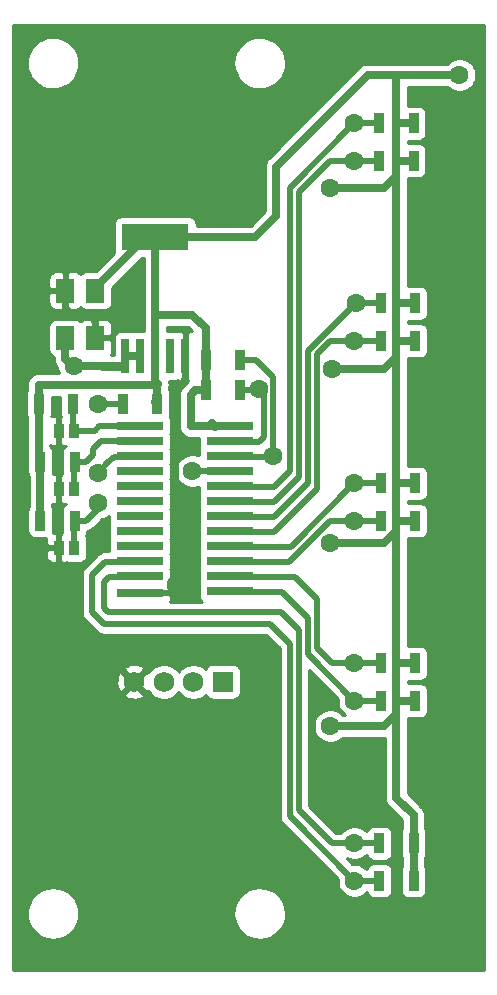
<source format=gtl>
G04 #@! TF.GenerationSoftware,KiCad,Pcbnew,(5.1.0)-1*
G04 #@! TF.CreationDate,2019-03-20T22:54:12+09:00*
G04 #@! TF.ProjectId,I2C_color_sensor_v2,4932435f-636f-46c6-9f72-5f73656e736f,rev?*
G04 #@! TF.SameCoordinates,Original*
G04 #@! TF.FileFunction,Copper,L1,Top*
G04 #@! TF.FilePolarity,Positive*
%FSLAX46Y46*%
G04 Gerber Fmt 4.6, Leading zero omitted, Abs format (unit mm)*
G04 Created by KiCad (PCBNEW (5.1.0)-1) date 2019-03-20 22:54:12*
%MOMM*%
%LPD*%
G04 APERTURE LIST*
%ADD10R,0.700000X3.000000*%
%ADD11R,5.700000X2.300000*%
%ADD12R,4.000000X0.762000*%
%ADD13C,1.750000*%
%ADD14R,1.750000X1.750000*%
%ADD15R,1.600000X2.000000*%
%ADD16R,0.900000X1.700000*%
%ADD17R,0.970000X1.270000*%
%ADD18C,1.600000*%
%ADD19C,0.700000*%
%ADD20C,0.500000*%
%ADD21C,0.254000*%
G04 APERTURE END LIST*
D10*
X132620000Y-88788000D03*
X133890000Y-88788000D03*
X135160000Y-88788000D03*
X136430000Y-88788000D03*
X137700000Y-88788000D03*
D11*
X135160000Y-78738000D03*
D12*
X133858000Y-94742000D03*
X133858000Y-96012000D03*
X133858000Y-97282000D03*
X133858000Y-98552000D03*
X133858000Y-99822000D03*
X133858000Y-101092000D03*
X133858000Y-102362000D03*
X133858000Y-103632000D03*
X133858000Y-104902000D03*
X133858000Y-106172000D03*
X133858000Y-107442000D03*
X133858000Y-108839000D03*
X141478000Y-94742000D03*
X141478000Y-96012000D03*
X141478000Y-97282000D03*
X141478000Y-98552000D03*
X141478000Y-99822000D03*
X141478000Y-101092000D03*
X141478000Y-102362000D03*
X141478000Y-103632000D03*
X141478000Y-104902000D03*
X141478000Y-106172000D03*
X141478000Y-107442000D03*
X141478000Y-108712000D03*
D13*
X133375000Y-116380000D03*
X135875000Y-116380000D03*
X138375000Y-116380000D03*
D14*
X140875000Y-116380000D03*
D15*
X127540000Y-83265000D03*
X127540000Y-87265000D03*
X130080000Y-83265000D03*
X130080000Y-87265000D03*
D16*
X142325000Y-91694000D03*
X139425000Y-91694000D03*
X139425000Y-89154000D03*
X142325000Y-89154000D03*
X135340000Y-92885000D03*
X132440000Y-92885000D03*
D17*
X126995000Y-95123000D03*
X128275000Y-95123000D03*
X126995000Y-100076000D03*
X128275000Y-100076000D03*
X128275000Y-105029000D03*
X126995000Y-105029000D03*
D16*
X125296000Y-92837000D03*
X128196000Y-92837000D03*
X128323000Y-97790000D03*
X125423000Y-97790000D03*
X125423000Y-102743000D03*
X128323000Y-102743000D03*
X154125000Y-133223000D03*
X157025000Y-133223000D03*
X157025000Y-130048000D03*
X154125000Y-130048000D03*
X154252000Y-117983000D03*
X157152000Y-117983000D03*
X157152000Y-114808000D03*
X154252000Y-114808000D03*
X154252000Y-102743000D03*
X157152000Y-102743000D03*
X157152000Y-99568000D03*
X154252000Y-99568000D03*
X154252000Y-87503000D03*
X157152000Y-87503000D03*
X157152000Y-84328000D03*
X154252000Y-84328000D03*
X154125000Y-72263000D03*
X157025000Y-72263000D03*
X157025000Y-69088000D03*
X154125000Y-69088000D03*
D18*
X149987000Y-74549000D03*
X149987000Y-120142000D03*
X160908998Y-65024000D03*
X150094000Y-89916000D03*
X149987000Y-104648000D03*
X143910990Y-91567000D03*
X145161000Y-97282000D03*
X136906000Y-108204002D03*
X144780000Y-127889000D03*
X129159000Y-114173000D03*
X152019000Y-69087988D03*
X152019000Y-72263000D03*
X152146000Y-84328000D03*
X152019000Y-87503000D03*
X152019000Y-99568000D03*
X152019000Y-102743000D03*
X152019000Y-114808000D03*
X152019000Y-117983000D03*
X152019000Y-130048000D03*
X152019000Y-133223000D03*
X128270000Y-89662000D03*
X130302000Y-98679000D03*
X130302000Y-92837000D03*
X130302000Y-101219000D03*
X138302986Y-98552000D03*
D19*
X139425000Y-91694000D02*
X139425000Y-89154000D01*
X139954000Y-94504000D02*
X140240000Y-94790000D01*
X134407000Y-78738000D02*
X135160000Y-78738000D01*
X130080000Y-83065000D02*
X134407000Y-78738000D01*
X130080000Y-83265000D02*
X130080000Y-83065000D01*
X135160000Y-92705000D02*
X135340000Y-92885000D01*
X135160000Y-90988000D02*
X135382000Y-91210000D01*
X135160000Y-88788000D02*
X135160000Y-90988000D01*
X135340000Y-91252000D02*
X135340000Y-92885000D01*
X135382000Y-91210000D02*
X135340000Y-91252000D01*
X138176000Y-94742000D02*
X141478000Y-94742000D01*
X138176000Y-92075000D02*
X138176000Y-94742000D01*
X139425000Y-91694000D02*
X138557000Y-91694000D01*
X138557000Y-91694000D02*
X138176000Y-92075000D01*
X125423000Y-102743000D02*
X125423000Y-97790000D01*
X125296000Y-97663000D02*
X125423000Y-97790000D01*
X125296000Y-92837000D02*
X125296000Y-97663000D01*
X125296000Y-91252000D02*
X125296000Y-92837000D01*
X135340000Y-91252000D02*
X125296000Y-91252000D01*
X135160000Y-87217998D02*
X135160000Y-88788000D01*
X135160000Y-85312000D02*
X135160000Y-87217998D01*
X135160000Y-78738000D02*
X135160000Y-85312000D01*
X135192000Y-85344000D02*
X135160000Y-85312000D01*
X138303000Y-85344000D02*
X135192000Y-85344000D01*
X139425000Y-89154000D02*
X139425000Y-86466000D01*
X139425000Y-86466000D02*
X138303000Y-85344000D01*
X150003000Y-120158000D02*
X149987000Y-120142000D01*
X159777628Y-65024000D02*
X160908998Y-65024000D01*
X145415000Y-72771000D02*
X153162000Y-65024000D01*
X145415000Y-76962000D02*
X145415000Y-72771000D01*
X135160000Y-78738000D02*
X143639000Y-78738000D01*
X143639000Y-78738000D02*
X145415000Y-76962000D01*
X153162000Y-65024000D02*
X155194000Y-65024000D01*
X154559000Y-74549000D02*
X155575000Y-73533000D01*
X149987000Y-74549000D02*
X154559000Y-74549000D01*
X155194000Y-65024000D02*
X155575000Y-65024000D01*
X155575000Y-65024000D02*
X159777628Y-65024000D01*
X154559000Y-89916000D02*
X150094000Y-89916000D01*
X155575000Y-88900000D02*
X154559000Y-89916000D01*
X154559000Y-104648000D02*
X149987000Y-104648000D01*
X155575000Y-103632000D02*
X154559000Y-104648000D01*
X154559000Y-120142000D02*
X149987000Y-120142000D01*
X155575000Y-119126000D02*
X154559000Y-120142000D01*
X155575000Y-119126000D02*
X155575000Y-126238000D01*
X157025000Y-127688000D02*
X157025000Y-130048000D01*
X155575000Y-126238000D02*
X157025000Y-127688000D01*
X157025000Y-130048000D02*
X157025000Y-133223000D01*
X155575000Y-114808000D02*
X157152000Y-114808000D01*
X155575000Y-103632000D02*
X155575000Y-114808000D01*
X155575000Y-117983000D02*
X157152000Y-117983000D01*
X155575000Y-117983000D02*
X155575000Y-119126000D01*
X155575000Y-114808000D02*
X155575000Y-117983000D01*
X156002000Y-102743000D02*
X155575000Y-102743000D01*
X157152000Y-102743000D02*
X156002000Y-102743000D01*
X155575000Y-102743000D02*
X155575000Y-103632000D01*
X157152000Y-99568000D02*
X155575000Y-99568000D01*
X155575000Y-88900000D02*
X155575000Y-99568000D01*
X155575000Y-99568000D02*
X155575000Y-102743000D01*
X157152000Y-84328000D02*
X155575000Y-84328000D01*
X155575000Y-73533000D02*
X155575000Y-84328000D01*
X156002000Y-87503000D02*
X155575000Y-87503000D01*
X157152000Y-87503000D02*
X156002000Y-87503000D01*
X155575000Y-84328000D02*
X155575000Y-87503000D01*
X155575000Y-87503000D02*
X155575000Y-88900000D01*
X157025000Y-72263000D02*
X155575000Y-72263000D01*
X155575000Y-73533000D02*
X155575000Y-72263000D01*
X157025000Y-69088000D02*
X155575000Y-69088000D01*
X155575000Y-72263000D02*
X155575000Y-69088000D01*
X155575000Y-69088000D02*
X155575000Y-65024000D01*
D20*
X142325000Y-91694000D02*
X143783990Y-91694000D01*
X143783990Y-91694000D02*
X143910990Y-91567000D01*
X144399000Y-92055010D02*
X143910990Y-91567000D01*
X144399000Y-95631000D02*
X144399000Y-92055010D01*
X140240000Y-96060000D02*
X143970000Y-96060000D01*
X143970000Y-96060000D02*
X144399000Y-95631000D01*
X145113000Y-97330000D02*
X145161000Y-97282000D01*
X140240000Y-97330000D02*
X145113000Y-97330000D01*
X145161000Y-90605998D02*
X145161000Y-96150630D01*
X143709002Y-89154000D02*
X145161000Y-90605998D01*
X142325000Y-89154000D02*
X143709002Y-89154000D01*
X145161000Y-96150630D02*
X145161000Y-97282000D01*
X127540000Y-83265000D02*
X127540000Y-84630000D01*
X127540000Y-84630000D02*
X128175000Y-85265000D01*
X128175000Y-85265000D02*
X129445000Y-85265000D01*
X129445000Y-85265000D02*
X130080000Y-85900000D01*
X130080000Y-85900000D02*
X130080000Y-87265000D01*
X126995000Y-105029000D02*
X126995000Y-100076000D01*
X126995000Y-100076000D02*
X126995000Y-95123000D01*
X137700000Y-90788000D02*
X136921000Y-91567000D01*
X137700000Y-88788000D02*
X137700000Y-90788000D01*
X136358000Y-108839000D02*
X133858000Y-108839000D01*
X136921000Y-108276000D02*
X136358000Y-108839000D01*
X136921000Y-91567000D02*
X136921000Y-108276000D01*
X136921000Y-108276000D02*
X136921000Y-108219002D01*
X136921000Y-108219002D02*
X136906000Y-108204002D01*
X125650000Y-83265000D02*
X127540000Y-83265000D01*
X123952000Y-84963000D02*
X125650000Y-83265000D01*
X125222000Y-108839000D02*
X124333000Y-108839000D01*
X126995000Y-107066000D02*
X125222000Y-108839000D01*
X126995000Y-105029000D02*
X126995000Y-107066000D01*
X123952000Y-108839000D02*
X123952000Y-84963000D01*
X131064000Y-114173000D02*
X130290370Y-114173000D01*
X123952000Y-108839000D02*
X124333000Y-108839000D01*
X130290370Y-114173000D02*
X129159000Y-114173000D01*
X144780000Y-127889000D02*
X131064000Y-114173000D01*
X128359001Y-113373001D02*
X129159000Y-114173000D01*
X126365000Y-111379000D02*
X128359001Y-113373001D01*
X123952000Y-108966000D02*
X126365000Y-111379000D01*
X123952000Y-108839000D02*
X123952000Y-108966000D01*
X145185004Y-99870000D02*
X140240000Y-99870000D01*
X146558000Y-98497004D02*
X145185004Y-99870000D01*
X146558000Y-74549000D02*
X146558000Y-98497004D01*
X152019000Y-69087988D02*
X152019000Y-69088000D01*
X152019000Y-69088000D02*
X146558000Y-74549000D01*
X152019012Y-69088000D02*
X152019000Y-69087988D01*
X154125000Y-69088000D02*
X152019012Y-69088000D01*
X150887630Y-72263000D02*
X152019000Y-72263000D01*
X149987000Y-72263000D02*
X150887630Y-72263000D01*
X147320000Y-74930000D02*
X149987000Y-72263000D01*
X147320000Y-99060000D02*
X147320000Y-74930000D01*
X140240000Y-101140000D02*
X145240000Y-101140000D01*
X145240000Y-101140000D02*
X147320000Y-99060000D01*
X154125000Y-72263000D02*
X152019000Y-72263000D01*
X148082000Y-88392000D02*
X152146000Y-84328000D01*
X148082000Y-99568000D02*
X148082000Y-88392000D01*
X140240000Y-102410000D02*
X145240000Y-102410000D01*
X145240000Y-102410000D02*
X148082000Y-99568000D01*
X154252000Y-84328000D02*
X152146000Y-84328000D01*
X145240000Y-103680000D02*
X140240000Y-103680000D01*
X148844000Y-100076000D02*
X145240000Y-103680000D01*
X148844000Y-88646000D02*
X148844000Y-100076000D01*
X149987000Y-87503000D02*
X148844000Y-88646000D01*
X152019000Y-87503000D02*
X149987000Y-87503000D01*
X154252000Y-87503000D02*
X152019000Y-87503000D01*
X146637000Y-104950000D02*
X140240000Y-104950000D01*
X152019000Y-99568000D02*
X146637000Y-104950000D01*
X154252000Y-99568000D02*
X152019000Y-99568000D01*
X146510000Y-106220000D02*
X140240000Y-106220000D01*
X152019000Y-102743000D02*
X149987000Y-102743000D01*
X149987000Y-102743000D02*
X146510000Y-106220000D01*
X152019000Y-102743000D02*
X154252000Y-102743000D01*
X146987000Y-107490000D02*
X140240000Y-107490000D01*
X148844000Y-109347000D02*
X146987000Y-107490000D01*
X148844000Y-113554000D02*
X148844000Y-109347000D01*
X152019000Y-114808000D02*
X150098000Y-114808000D01*
X150098000Y-114808000D02*
X148844000Y-113554000D01*
X152019000Y-114808000D02*
X154252000Y-114808000D01*
X145844000Y-108760000D02*
X140240000Y-108760000D01*
X148082000Y-110998000D02*
X145844000Y-108760000D01*
X152019000Y-117983000D02*
X148082000Y-114046000D01*
X148082000Y-114046000D02*
X148082000Y-110998000D01*
X154252000Y-117983000D02*
X152019000Y-117983000D01*
X131270000Y-107490000D02*
X132620000Y-107490000D01*
X130810000Y-107950000D02*
X131270000Y-107490000D01*
X130810000Y-110109000D02*
X130810000Y-107950000D01*
X150098000Y-130048000D02*
X147320000Y-127270000D01*
X152019000Y-130048000D02*
X150098000Y-130048000D01*
X147320000Y-127270000D02*
X147320000Y-112014000D01*
X147320000Y-112014000D02*
X145796000Y-110490000D01*
X145796000Y-110490000D02*
X131191000Y-110490000D01*
X131191000Y-110490000D02*
X130810000Y-110109000D01*
X154125000Y-130048000D02*
X152019000Y-130048000D01*
X146558000Y-127762000D02*
X152019000Y-133223000D01*
X146558000Y-113157000D02*
X146558000Y-127762000D01*
X132620000Y-106220000D02*
X130889000Y-106220000D01*
X129794000Y-107315000D02*
X129794000Y-110490000D01*
X130889000Y-106220000D02*
X129794000Y-107315000D01*
X129794000Y-110490000D02*
X130810000Y-111506000D01*
X130810000Y-111506000D02*
X144907000Y-111506000D01*
X144907000Y-111506000D02*
X146558000Y-113157000D01*
X152019000Y-133223000D02*
X154125000Y-133223000D01*
D19*
X130730000Y-89695000D02*
X130715000Y-89710000D01*
X132620000Y-89695000D02*
X130730000Y-89695000D01*
X127540000Y-89075000D02*
X127540000Y-87265000D01*
X128175000Y-89710000D02*
X127540000Y-89075000D01*
X127540000Y-88932000D02*
X128270000Y-89662000D01*
X127540000Y-87265000D02*
X127540000Y-88932000D01*
X132587000Y-89662000D02*
X132620000Y-89695000D01*
X128270000Y-89662000D02*
X132587000Y-89662000D01*
X132620000Y-88788000D02*
X133890000Y-88788000D01*
D20*
X132620000Y-97330000D02*
X131651000Y-97330000D01*
X131651000Y-97330000D02*
X131101999Y-97879001D01*
X131101999Y-97879001D02*
X130302000Y-98679000D01*
X130350000Y-92885000D02*
X130302000Y-92837000D01*
X132440000Y-92885000D02*
X130350000Y-92885000D01*
X133782000Y-94790000D02*
X132620000Y-94790000D01*
X128196000Y-95044000D02*
X128275000Y-95123000D01*
X128196000Y-92837000D02*
X128196000Y-95044000D01*
X128275000Y-95123000D02*
X130048000Y-95123000D01*
X130429000Y-94742000D02*
X133858000Y-94742000D01*
X130048000Y-95123000D02*
X130429000Y-94742000D01*
X128275000Y-97838000D02*
X128323000Y-97790000D01*
X128275000Y-100076000D02*
X128275000Y-97838000D01*
X129273000Y-97790000D02*
X129921000Y-97142000D01*
X128323000Y-97790000D02*
X129273000Y-97790000D01*
X129921000Y-97142000D02*
X129921000Y-96647000D01*
X130556000Y-96012000D02*
X133858000Y-96012000D01*
X129921000Y-96647000D02*
X130556000Y-96012000D01*
X128275000Y-102791000D02*
X128323000Y-102743000D01*
X128275000Y-105029000D02*
X128275000Y-102791000D01*
X129273000Y-102743000D02*
X130302000Y-101714000D01*
X128323000Y-102743000D02*
X129273000Y-102743000D01*
X130302000Y-101714000D02*
X130302000Y-101219000D01*
X141478000Y-98552000D02*
X138302986Y-98552000D01*
D21*
G36*
X162993001Y-140768000D02*
G01*
X123138000Y-140768000D01*
X123138000Y-136031136D01*
X124270217Y-136031136D01*
X124318731Y-136463643D01*
X124450328Y-136878490D01*
X124659997Y-137259876D01*
X124939751Y-137593274D01*
X125278934Y-137865984D01*
X125664627Y-138067620D01*
X126082140Y-138190501D01*
X126515568Y-138229946D01*
X126948404Y-138184453D01*
X127364160Y-138055755D01*
X127747000Y-137848754D01*
X128082343Y-137571334D01*
X128357414Y-137234063D01*
X128561738Y-136849787D01*
X128687530Y-136433143D01*
X128726947Y-136031136D01*
X141770217Y-136031136D01*
X141818731Y-136463643D01*
X141950328Y-136878490D01*
X142159997Y-137259876D01*
X142439751Y-137593274D01*
X142778934Y-137865984D01*
X143164627Y-138067620D01*
X143582140Y-138190501D01*
X144015568Y-138229946D01*
X144448404Y-138184453D01*
X144864160Y-138055755D01*
X145247000Y-137848754D01*
X145582343Y-137571334D01*
X145857414Y-137234063D01*
X146061738Y-136849787D01*
X146187530Y-136433143D01*
X146230000Y-136000000D01*
X146229131Y-135937735D01*
X146174583Y-135505947D01*
X146037206Y-135092977D01*
X145822233Y-134714556D01*
X145537852Y-134385097D01*
X145194894Y-134117149D01*
X144806423Y-133920918D01*
X144387235Y-133803879D01*
X143953298Y-133770489D01*
X143521140Y-133822021D01*
X143107222Y-133956511D01*
X142727309Y-134168837D01*
X142395872Y-134450912D01*
X142125536Y-134791991D01*
X141926598Y-135179082D01*
X141806636Y-135597442D01*
X141770217Y-136031136D01*
X128726947Y-136031136D01*
X128730000Y-136000000D01*
X128729131Y-135937735D01*
X128674583Y-135505947D01*
X128537206Y-135092977D01*
X128322233Y-134714556D01*
X128037852Y-134385097D01*
X127694894Y-134117149D01*
X127306423Y-133920918D01*
X126887235Y-133803879D01*
X126453298Y-133770489D01*
X126021140Y-133822021D01*
X125607222Y-133956511D01*
X125227309Y-134168837D01*
X124895872Y-134450912D01*
X124625536Y-134791991D01*
X124426598Y-135179082D01*
X124306636Y-135597442D01*
X124270217Y-136031136D01*
X123138000Y-136031136D01*
X123138000Y-117426240D01*
X132508365Y-117426240D01*
X132589025Y-117677868D01*
X132857329Y-117806267D01*
X133145526Y-117879855D01*
X133442543Y-117895804D01*
X133736963Y-117853501D01*
X134017474Y-117754572D01*
X134160975Y-117677868D01*
X134241635Y-117426240D01*
X133375000Y-116559605D01*
X132508365Y-117426240D01*
X123138000Y-117426240D01*
X123138000Y-116447543D01*
X131859196Y-116447543D01*
X131901499Y-116741963D01*
X132000428Y-117022474D01*
X132077132Y-117165975D01*
X132328760Y-117246635D01*
X133195395Y-116380000D01*
X133554605Y-116380000D01*
X134421240Y-117246635D01*
X134599768Y-117189407D01*
X134702107Y-117342569D01*
X134912431Y-117552893D01*
X135159747Y-117718144D01*
X135434549Y-117831971D01*
X135726278Y-117890000D01*
X136023722Y-117890000D01*
X136315451Y-117831971D01*
X136590253Y-117718144D01*
X136837569Y-117552893D01*
X137047893Y-117342569D01*
X137125000Y-117227170D01*
X137202107Y-117342569D01*
X137412431Y-117552893D01*
X137659747Y-117718144D01*
X137934549Y-117831971D01*
X138226278Y-117890000D01*
X138523722Y-117890000D01*
X138815451Y-117831971D01*
X139090253Y-117718144D01*
X139337569Y-117552893D01*
X139406026Y-117484436D01*
X139410498Y-117499180D01*
X139469463Y-117609494D01*
X139548815Y-117706185D01*
X139645506Y-117785537D01*
X139755820Y-117844502D01*
X139875518Y-117880812D01*
X140000000Y-117893072D01*
X141750000Y-117893072D01*
X141874482Y-117880812D01*
X141994180Y-117844502D01*
X142104494Y-117785537D01*
X142201185Y-117706185D01*
X142280537Y-117609494D01*
X142339502Y-117499180D01*
X142375812Y-117379482D01*
X142388072Y-117255000D01*
X142388072Y-115505000D01*
X142375812Y-115380518D01*
X142339502Y-115260820D01*
X142280537Y-115150506D01*
X142201185Y-115053815D01*
X142104494Y-114974463D01*
X141994180Y-114915498D01*
X141874482Y-114879188D01*
X141750000Y-114866928D01*
X140000000Y-114866928D01*
X139875518Y-114879188D01*
X139755820Y-114915498D01*
X139645506Y-114974463D01*
X139548815Y-115053815D01*
X139469463Y-115150506D01*
X139410498Y-115260820D01*
X139406026Y-115275564D01*
X139337569Y-115207107D01*
X139090253Y-115041856D01*
X138815451Y-114928029D01*
X138523722Y-114870000D01*
X138226278Y-114870000D01*
X137934549Y-114928029D01*
X137659747Y-115041856D01*
X137412431Y-115207107D01*
X137202107Y-115417431D01*
X137125000Y-115532830D01*
X137047893Y-115417431D01*
X136837569Y-115207107D01*
X136590253Y-115041856D01*
X136315451Y-114928029D01*
X136023722Y-114870000D01*
X135726278Y-114870000D01*
X135434549Y-114928029D01*
X135159747Y-115041856D01*
X134912431Y-115207107D01*
X134702107Y-115417431D01*
X134599768Y-115570593D01*
X134421240Y-115513365D01*
X133554605Y-116380000D01*
X133195395Y-116380000D01*
X132328760Y-115513365D01*
X132077132Y-115594025D01*
X131948733Y-115862329D01*
X131875145Y-116150526D01*
X131859196Y-116447543D01*
X123138000Y-116447543D01*
X123138000Y-115333760D01*
X132508365Y-115333760D01*
X133375000Y-116200395D01*
X134241635Y-115333760D01*
X134160975Y-115082132D01*
X133892671Y-114953733D01*
X133604474Y-114880145D01*
X133307457Y-114864196D01*
X133013037Y-114906499D01*
X132732526Y-115005428D01*
X132589025Y-115082132D01*
X132508365Y-115333760D01*
X123138000Y-115333760D01*
X123138000Y-105664000D01*
X125871928Y-105664000D01*
X125884188Y-105788482D01*
X125920498Y-105908180D01*
X125979463Y-106018494D01*
X126058815Y-106115185D01*
X126155506Y-106194537D01*
X126265820Y-106253502D01*
X126385518Y-106289812D01*
X126510000Y-106302072D01*
X126709250Y-106299000D01*
X126868000Y-106140250D01*
X126868000Y-105156000D01*
X126033750Y-105156000D01*
X125875000Y-105314750D01*
X125871928Y-105664000D01*
X123138000Y-105664000D01*
X123138000Y-91987000D01*
X124207928Y-91987000D01*
X124207928Y-93687000D01*
X124220188Y-93811482D01*
X124256498Y-93931180D01*
X124311000Y-94033145D01*
X124311001Y-97614610D01*
X124306235Y-97663000D01*
X124325253Y-97856093D01*
X124334928Y-97887987D01*
X124334928Y-98640000D01*
X124347188Y-98764482D01*
X124383498Y-98884180D01*
X124438001Y-98986146D01*
X124438000Y-101546855D01*
X124383498Y-101648820D01*
X124347188Y-101768518D01*
X124334928Y-101893000D01*
X124334928Y-103593000D01*
X124347188Y-103717482D01*
X124383498Y-103837180D01*
X124442463Y-103947494D01*
X124521815Y-104044185D01*
X124618506Y-104123537D01*
X124728820Y-104182502D01*
X124848518Y-104218812D01*
X124973000Y-104231072D01*
X125873000Y-104231072D01*
X125896554Y-104228752D01*
X125884188Y-104269518D01*
X125871928Y-104394000D01*
X125875000Y-104743250D01*
X126033750Y-104902000D01*
X126868000Y-104902000D01*
X126868000Y-103917750D01*
X126709250Y-103759000D01*
X126510000Y-103755928D01*
X126486446Y-103758248D01*
X126498812Y-103717482D01*
X126511072Y-103593000D01*
X126511072Y-101893000D01*
X126498812Y-101768518D01*
X126462502Y-101648820D01*
X126408000Y-101546856D01*
X126408000Y-101339026D01*
X126510000Y-101349072D01*
X126709250Y-101346000D01*
X126868000Y-101187250D01*
X126868000Y-100203000D01*
X126848000Y-100203000D01*
X126848000Y-99949000D01*
X126868000Y-99949000D01*
X126868000Y-98964750D01*
X126709250Y-98806000D01*
X126510000Y-98802928D01*
X126486446Y-98805248D01*
X126498812Y-98764482D01*
X126511072Y-98640000D01*
X126511072Y-96940000D01*
X126498812Y-96815518D01*
X126462502Y-96695820D01*
X126403537Y-96585506D01*
X126324185Y-96488815D01*
X126281000Y-96453374D01*
X126281000Y-96352107D01*
X126385518Y-96383812D01*
X126510000Y-96396072D01*
X126709250Y-96393000D01*
X126868000Y-96234250D01*
X126868000Y-95250000D01*
X126848000Y-95250000D01*
X126848000Y-94996000D01*
X126868000Y-94996000D01*
X126868000Y-94011750D01*
X126709250Y-93853000D01*
X126510000Y-93849928D01*
X126385518Y-93862188D01*
X126353483Y-93871906D01*
X126371812Y-93811482D01*
X126384072Y-93687000D01*
X126384072Y-92237000D01*
X127107928Y-92237000D01*
X127107928Y-93687000D01*
X127120188Y-93811482D01*
X127156498Y-93931180D01*
X127172546Y-93961204D01*
X127122000Y-94011750D01*
X127122000Y-94996000D01*
X127142000Y-94996000D01*
X127142000Y-95250000D01*
X127122000Y-95250000D01*
X127122000Y-96234250D01*
X127280750Y-96393000D01*
X127480000Y-96396072D01*
X127557915Y-96388398D01*
X127518506Y-96409463D01*
X127421815Y-96488815D01*
X127342463Y-96585506D01*
X127283498Y-96695820D01*
X127247188Y-96815518D01*
X127234928Y-96940000D01*
X127234928Y-98640000D01*
X127247188Y-98764482D01*
X127264662Y-98822088D01*
X127122000Y-98964750D01*
X127122000Y-99949000D01*
X127142000Y-99949000D01*
X127142000Y-100203000D01*
X127122000Y-100203000D01*
X127122000Y-101187250D01*
X127280750Y-101346000D01*
X127480000Y-101349072D01*
X127557915Y-101341398D01*
X127518506Y-101362463D01*
X127421815Y-101441815D01*
X127342463Y-101538506D01*
X127283498Y-101648820D01*
X127247188Y-101768518D01*
X127234928Y-101893000D01*
X127234928Y-103593000D01*
X127247188Y-103717482D01*
X127264662Y-103775088D01*
X127122000Y-103917750D01*
X127122000Y-104902000D01*
X127142000Y-104902000D01*
X127142000Y-105156000D01*
X127122000Y-105156000D01*
X127122000Y-106140250D01*
X127280750Y-106299000D01*
X127480000Y-106302072D01*
X127604482Y-106289812D01*
X127635000Y-106280554D01*
X127665518Y-106289812D01*
X127790000Y-106302072D01*
X128760000Y-106302072D01*
X128884482Y-106289812D01*
X129004180Y-106253502D01*
X129114494Y-106194537D01*
X129211185Y-106115185D01*
X129290537Y-106018494D01*
X129349502Y-105908180D01*
X129385812Y-105788482D01*
X129398072Y-105664000D01*
X129398072Y-104394000D01*
X129385812Y-104269518D01*
X129349502Y-104149820D01*
X129290537Y-104039506D01*
X129259281Y-104001420D01*
X129303537Y-103947494D01*
X129362502Y-103837180D01*
X129398812Y-103717482D01*
X129408518Y-103618935D01*
X129446490Y-103615195D01*
X129613313Y-103564589D01*
X129767059Y-103482411D01*
X129901817Y-103371817D01*
X129929534Y-103338044D01*
X130655851Y-102611727D01*
X130720574Y-102598853D01*
X130981727Y-102490680D01*
X131216759Y-102333637D01*
X131219928Y-102330468D01*
X131219928Y-102743000D01*
X131232188Y-102867482D01*
X131268498Y-102987180D01*
X131273747Y-102997000D01*
X131268498Y-103006820D01*
X131232188Y-103126518D01*
X131219928Y-103251000D01*
X131219928Y-104013000D01*
X131232188Y-104137482D01*
X131268498Y-104257180D01*
X131273747Y-104267000D01*
X131268498Y-104276820D01*
X131232188Y-104396518D01*
X131219928Y-104521000D01*
X131219928Y-105283000D01*
X131225049Y-105335000D01*
X130932469Y-105335000D01*
X130889000Y-105330719D01*
X130845531Y-105335000D01*
X130845523Y-105335000D01*
X130715510Y-105347805D01*
X130548687Y-105398411D01*
X130463285Y-105444059D01*
X130394941Y-105480589D01*
X130293953Y-105563468D01*
X130293951Y-105563470D01*
X130260183Y-105591183D01*
X130232470Y-105624951D01*
X129198956Y-106658466D01*
X129165183Y-106686183D01*
X129054589Y-106820942D01*
X128972411Y-106974688D01*
X128921805Y-107141511D01*
X128909000Y-107271524D01*
X128909000Y-107271531D01*
X128904719Y-107315000D01*
X128909000Y-107358469D01*
X128909001Y-110446521D01*
X128904719Y-110490000D01*
X128921805Y-110663490D01*
X128972412Y-110830313D01*
X129054590Y-110984059D01*
X129137468Y-111085046D01*
X129137471Y-111085049D01*
X129165184Y-111118817D01*
X129198951Y-111146529D01*
X130153470Y-112101049D01*
X130181183Y-112134817D01*
X130214951Y-112162530D01*
X130214953Y-112162532D01*
X130245363Y-112187489D01*
X130315941Y-112245411D01*
X130469687Y-112327589D01*
X130557783Y-112354313D01*
X130636509Y-112378195D01*
X130651306Y-112379652D01*
X130766523Y-112391000D01*
X130766531Y-112391000D01*
X130810000Y-112395281D01*
X130853469Y-112391000D01*
X144540422Y-112391000D01*
X145673000Y-113523579D01*
X145673001Y-127718521D01*
X145668719Y-127762000D01*
X145685805Y-127935490D01*
X145736412Y-128102313D01*
X145818590Y-128256059D01*
X145901468Y-128357046D01*
X145901471Y-128357049D01*
X145929184Y-128390817D01*
X145962952Y-128418530D01*
X150590983Y-133046561D01*
X150584000Y-133081665D01*
X150584000Y-133364335D01*
X150639147Y-133641574D01*
X150747320Y-133902727D01*
X150904363Y-134137759D01*
X151104241Y-134337637D01*
X151339273Y-134494680D01*
X151600426Y-134602853D01*
X151877665Y-134658000D01*
X152160335Y-134658000D01*
X152437574Y-134602853D01*
X152698727Y-134494680D01*
X152933759Y-134337637D01*
X153054943Y-134216453D01*
X153085498Y-134317180D01*
X153144463Y-134427494D01*
X153223815Y-134524185D01*
X153320506Y-134603537D01*
X153430820Y-134662502D01*
X153550518Y-134698812D01*
X153675000Y-134711072D01*
X154575000Y-134711072D01*
X154699482Y-134698812D01*
X154819180Y-134662502D01*
X154929494Y-134603537D01*
X155026185Y-134524185D01*
X155105537Y-134427494D01*
X155164502Y-134317180D01*
X155200812Y-134197482D01*
X155213072Y-134073000D01*
X155213072Y-132373000D01*
X155200812Y-132248518D01*
X155164502Y-132128820D01*
X155105537Y-132018506D01*
X155026185Y-131921815D01*
X154929494Y-131842463D01*
X154819180Y-131783498D01*
X154699482Y-131747188D01*
X154575000Y-131734928D01*
X153675000Y-131734928D01*
X153550518Y-131747188D01*
X153430820Y-131783498D01*
X153320506Y-131842463D01*
X153223815Y-131921815D01*
X153144463Y-132018506D01*
X153085498Y-132128820D01*
X153054943Y-132229547D01*
X152933759Y-132108363D01*
X152698727Y-131951320D01*
X152437574Y-131843147D01*
X152160335Y-131788000D01*
X151877665Y-131788000D01*
X151842561Y-131794983D01*
X151387048Y-131339469D01*
X151600426Y-131427853D01*
X151877665Y-131483000D01*
X152160335Y-131483000D01*
X152437574Y-131427853D01*
X152698727Y-131319680D01*
X152933759Y-131162637D01*
X153054943Y-131041453D01*
X153085498Y-131142180D01*
X153144463Y-131252494D01*
X153223815Y-131349185D01*
X153320506Y-131428537D01*
X153430820Y-131487502D01*
X153550518Y-131523812D01*
X153675000Y-131536072D01*
X154575000Y-131536072D01*
X154699482Y-131523812D01*
X154819180Y-131487502D01*
X154929494Y-131428537D01*
X155026185Y-131349185D01*
X155105537Y-131252494D01*
X155164502Y-131142180D01*
X155200812Y-131022482D01*
X155213072Y-130898000D01*
X155213072Y-129198000D01*
X155200812Y-129073518D01*
X155164502Y-128953820D01*
X155105537Y-128843506D01*
X155026185Y-128746815D01*
X154929494Y-128667463D01*
X154819180Y-128608498D01*
X154699482Y-128572188D01*
X154575000Y-128559928D01*
X153675000Y-128559928D01*
X153550518Y-128572188D01*
X153430820Y-128608498D01*
X153320506Y-128667463D01*
X153223815Y-128746815D01*
X153144463Y-128843506D01*
X153085498Y-128953820D01*
X153054943Y-129054547D01*
X152933759Y-128933363D01*
X152698727Y-128776320D01*
X152437574Y-128668147D01*
X152160335Y-128613000D01*
X151877665Y-128613000D01*
X151600426Y-128668147D01*
X151339273Y-128776320D01*
X151104241Y-128933363D01*
X150904363Y-129133241D01*
X150884479Y-129163000D01*
X150464579Y-129163000D01*
X148205000Y-126903422D01*
X148205000Y-115420578D01*
X150590983Y-117806561D01*
X150584000Y-117841665D01*
X150584000Y-118124335D01*
X150639147Y-118401574D01*
X150747320Y-118662727D01*
X150904363Y-118897759D01*
X151104241Y-119097637D01*
X151193084Y-119157000D01*
X151031396Y-119157000D01*
X150901759Y-119027363D01*
X150666727Y-118870320D01*
X150405574Y-118762147D01*
X150128335Y-118707000D01*
X149845665Y-118707000D01*
X149568426Y-118762147D01*
X149307273Y-118870320D01*
X149072241Y-119027363D01*
X148872363Y-119227241D01*
X148715320Y-119462273D01*
X148607147Y-119723426D01*
X148552000Y-120000665D01*
X148552000Y-120283335D01*
X148607147Y-120560574D01*
X148715320Y-120821727D01*
X148872363Y-121056759D01*
X149072241Y-121256637D01*
X149307273Y-121413680D01*
X149568426Y-121521853D01*
X149845665Y-121577000D01*
X150128335Y-121577000D01*
X150405574Y-121521853D01*
X150666727Y-121413680D01*
X150901759Y-121256637D01*
X151031396Y-121127000D01*
X154510620Y-121127000D01*
X154559000Y-121131765D01*
X154590000Y-121128712D01*
X154590001Y-126189610D01*
X154585235Y-126238000D01*
X154604253Y-126431093D01*
X154660576Y-126616766D01*
X154703152Y-126696419D01*
X154752041Y-126787884D01*
X154875131Y-126937870D01*
X154912711Y-126968711D01*
X156040000Y-128096001D01*
X156040000Y-128851855D01*
X155985498Y-128953820D01*
X155949188Y-129073518D01*
X155936928Y-129198000D01*
X155936928Y-130898000D01*
X155949188Y-131022482D01*
X155985498Y-131142180D01*
X156040000Y-131244145D01*
X156040001Y-132026854D01*
X155985498Y-132128820D01*
X155949188Y-132248518D01*
X155936928Y-132373000D01*
X155936928Y-134073000D01*
X155949188Y-134197482D01*
X155985498Y-134317180D01*
X156044463Y-134427494D01*
X156123815Y-134524185D01*
X156220506Y-134603537D01*
X156330820Y-134662502D01*
X156450518Y-134698812D01*
X156575000Y-134711072D01*
X157475000Y-134711072D01*
X157599482Y-134698812D01*
X157719180Y-134662502D01*
X157829494Y-134603537D01*
X157926185Y-134524185D01*
X158005537Y-134427494D01*
X158064502Y-134317180D01*
X158100812Y-134197482D01*
X158113072Y-134073000D01*
X158113072Y-132373000D01*
X158100812Y-132248518D01*
X158064502Y-132128820D01*
X158010000Y-132026856D01*
X158010000Y-131244144D01*
X158064502Y-131142180D01*
X158100812Y-131022482D01*
X158113072Y-130898000D01*
X158113072Y-129198000D01*
X158100812Y-129073518D01*
X158064502Y-128953820D01*
X158010000Y-128851856D01*
X158010000Y-127736380D01*
X158014765Y-127688000D01*
X157995747Y-127494906D01*
X157939424Y-127309233D01*
X157847960Y-127138116D01*
X157843912Y-127133183D01*
X157724870Y-126988130D01*
X157687290Y-126957289D01*
X156560000Y-125830000D01*
X156560000Y-119453498D01*
X156577518Y-119458812D01*
X156702000Y-119471072D01*
X157602000Y-119471072D01*
X157726482Y-119458812D01*
X157846180Y-119422502D01*
X157956494Y-119363537D01*
X158053185Y-119284185D01*
X158132537Y-119187494D01*
X158191502Y-119077180D01*
X158227812Y-118957482D01*
X158240072Y-118833000D01*
X158240072Y-117133000D01*
X158227812Y-117008518D01*
X158191502Y-116888820D01*
X158132537Y-116778506D01*
X158053185Y-116681815D01*
X157956494Y-116602463D01*
X157846180Y-116543498D01*
X157726482Y-116507188D01*
X157602000Y-116494928D01*
X156702000Y-116494928D01*
X156577518Y-116507188D01*
X156560000Y-116512502D01*
X156560000Y-116278498D01*
X156577518Y-116283812D01*
X156702000Y-116296072D01*
X157602000Y-116296072D01*
X157726482Y-116283812D01*
X157846180Y-116247502D01*
X157956494Y-116188537D01*
X158053185Y-116109185D01*
X158132537Y-116012494D01*
X158191502Y-115902180D01*
X158227812Y-115782482D01*
X158240072Y-115658000D01*
X158240072Y-113958000D01*
X158227812Y-113833518D01*
X158191502Y-113713820D01*
X158132537Y-113603506D01*
X158053185Y-113506815D01*
X157956494Y-113427463D01*
X157846180Y-113368498D01*
X157726482Y-113332188D01*
X157602000Y-113319928D01*
X156702000Y-113319928D01*
X156577518Y-113332188D01*
X156560000Y-113337502D01*
X156560000Y-104213498D01*
X156577518Y-104218812D01*
X156702000Y-104231072D01*
X157602000Y-104231072D01*
X157726482Y-104218812D01*
X157846180Y-104182502D01*
X157956494Y-104123537D01*
X158053185Y-104044185D01*
X158132537Y-103947494D01*
X158191502Y-103837180D01*
X158227812Y-103717482D01*
X158240072Y-103593000D01*
X158240072Y-101893000D01*
X158227812Y-101768518D01*
X158191502Y-101648820D01*
X158132537Y-101538506D01*
X158053185Y-101441815D01*
X157956494Y-101362463D01*
X157846180Y-101303498D01*
X157726482Y-101267188D01*
X157602000Y-101254928D01*
X156702000Y-101254928D01*
X156577518Y-101267188D01*
X156560000Y-101272502D01*
X156560000Y-101038498D01*
X156577518Y-101043812D01*
X156702000Y-101056072D01*
X157602000Y-101056072D01*
X157726482Y-101043812D01*
X157846180Y-101007502D01*
X157956494Y-100948537D01*
X158053185Y-100869185D01*
X158132537Y-100772494D01*
X158191502Y-100662180D01*
X158227812Y-100542482D01*
X158240072Y-100418000D01*
X158240072Y-98718000D01*
X158227812Y-98593518D01*
X158191502Y-98473820D01*
X158132537Y-98363506D01*
X158053185Y-98266815D01*
X157956494Y-98187463D01*
X157846180Y-98128498D01*
X157726482Y-98092188D01*
X157602000Y-98079928D01*
X156702000Y-98079928D01*
X156577518Y-98092188D01*
X156560000Y-98097502D01*
X156560000Y-88973498D01*
X156577518Y-88978812D01*
X156702000Y-88991072D01*
X157602000Y-88991072D01*
X157726482Y-88978812D01*
X157846180Y-88942502D01*
X157956494Y-88883537D01*
X158053185Y-88804185D01*
X158132537Y-88707494D01*
X158191502Y-88597180D01*
X158227812Y-88477482D01*
X158240072Y-88353000D01*
X158240072Y-86653000D01*
X158227812Y-86528518D01*
X158191502Y-86408820D01*
X158132537Y-86298506D01*
X158053185Y-86201815D01*
X157956494Y-86122463D01*
X157846180Y-86063498D01*
X157726482Y-86027188D01*
X157602000Y-86014928D01*
X156702000Y-86014928D01*
X156577518Y-86027188D01*
X156560000Y-86032502D01*
X156560000Y-85798498D01*
X156577518Y-85803812D01*
X156702000Y-85816072D01*
X157602000Y-85816072D01*
X157726482Y-85803812D01*
X157846180Y-85767502D01*
X157956494Y-85708537D01*
X158053185Y-85629185D01*
X158132537Y-85532494D01*
X158191502Y-85422180D01*
X158227812Y-85302482D01*
X158240072Y-85178000D01*
X158240072Y-83478000D01*
X158227812Y-83353518D01*
X158191502Y-83233820D01*
X158132537Y-83123506D01*
X158053185Y-83026815D01*
X157956494Y-82947463D01*
X157846180Y-82888498D01*
X157726482Y-82852188D01*
X157602000Y-82839928D01*
X156702000Y-82839928D01*
X156577518Y-82852188D01*
X156560000Y-82857502D01*
X156560000Y-73749595D01*
X156575000Y-73751072D01*
X157475000Y-73751072D01*
X157599482Y-73738812D01*
X157719180Y-73702502D01*
X157829494Y-73643537D01*
X157926185Y-73564185D01*
X158005537Y-73467494D01*
X158064502Y-73357180D01*
X158100812Y-73237482D01*
X158113072Y-73113000D01*
X158113072Y-71413000D01*
X158100812Y-71288518D01*
X158064502Y-71168820D01*
X158005537Y-71058506D01*
X157926185Y-70961815D01*
X157829494Y-70882463D01*
X157719180Y-70823498D01*
X157599482Y-70787188D01*
X157475000Y-70774928D01*
X156575000Y-70774928D01*
X156560000Y-70776405D01*
X156560000Y-70574595D01*
X156575000Y-70576072D01*
X157475000Y-70576072D01*
X157599482Y-70563812D01*
X157719180Y-70527502D01*
X157829494Y-70468537D01*
X157926185Y-70389185D01*
X158005537Y-70292494D01*
X158064502Y-70182180D01*
X158100812Y-70062482D01*
X158113072Y-69938000D01*
X158113072Y-68238000D01*
X158100812Y-68113518D01*
X158064502Y-67993820D01*
X158005537Y-67883506D01*
X157926185Y-67786815D01*
X157829494Y-67707463D01*
X157719180Y-67648498D01*
X157599482Y-67612188D01*
X157475000Y-67599928D01*
X156575000Y-67599928D01*
X156560000Y-67601405D01*
X156560000Y-66009000D01*
X159864602Y-66009000D01*
X159994239Y-66138637D01*
X160229271Y-66295680D01*
X160490424Y-66403853D01*
X160767663Y-66459000D01*
X161050333Y-66459000D01*
X161327572Y-66403853D01*
X161588725Y-66295680D01*
X161823757Y-66138637D01*
X162023635Y-65938759D01*
X162180678Y-65703727D01*
X162288851Y-65442574D01*
X162343998Y-65165335D01*
X162343998Y-64882665D01*
X162288851Y-64605426D01*
X162180678Y-64344273D01*
X162023635Y-64109241D01*
X161823757Y-63909363D01*
X161588725Y-63752320D01*
X161327572Y-63644147D01*
X161050333Y-63589000D01*
X160767663Y-63589000D01*
X160490424Y-63644147D01*
X160229271Y-63752320D01*
X159994239Y-63909363D01*
X159864602Y-64039000D01*
X155623380Y-64039000D01*
X155575000Y-64034235D01*
X155526620Y-64039000D01*
X153210377Y-64039000D01*
X153161999Y-64034235D01*
X153113621Y-64039000D01*
X153113620Y-64039000D01*
X152968906Y-64053253D01*
X152783233Y-64109576D01*
X152612116Y-64201040D01*
X152462130Y-64324130D01*
X152431284Y-64361716D01*
X144752711Y-72040289D01*
X144715131Y-72071130D01*
X144592041Y-72221116D01*
X144569654Y-72263000D01*
X144500576Y-72392234D01*
X144444253Y-72577907D01*
X144425235Y-72771000D01*
X144430001Y-72819390D01*
X144430000Y-76554000D01*
X143231000Y-77753000D01*
X138648072Y-77753000D01*
X138648072Y-77588000D01*
X138635812Y-77463518D01*
X138599502Y-77343820D01*
X138540537Y-77233506D01*
X138461185Y-77136815D01*
X138364494Y-77057463D01*
X138254180Y-76998498D01*
X138134482Y-76962188D01*
X138010000Y-76949928D01*
X132310000Y-76949928D01*
X132185518Y-76962188D01*
X132065820Y-76998498D01*
X131955506Y-77057463D01*
X131858815Y-77136815D01*
X131779463Y-77233506D01*
X131720498Y-77343820D01*
X131684188Y-77463518D01*
X131671928Y-77588000D01*
X131671928Y-79888000D01*
X131684188Y-80012482D01*
X131697066Y-80054934D01*
X130125072Y-81626928D01*
X129280000Y-81626928D01*
X129155518Y-81639188D01*
X129035820Y-81675498D01*
X128925506Y-81734463D01*
X128828815Y-81813815D01*
X128810000Y-81836741D01*
X128791185Y-81813815D01*
X128694494Y-81734463D01*
X128584180Y-81675498D01*
X128464482Y-81639188D01*
X128340000Y-81626928D01*
X127825750Y-81630000D01*
X127667000Y-81788750D01*
X127667000Y-83138000D01*
X127687000Y-83138000D01*
X127687000Y-83392000D01*
X127667000Y-83392000D01*
X127667000Y-84741250D01*
X127825750Y-84900000D01*
X128340000Y-84903072D01*
X128464482Y-84890812D01*
X128584180Y-84854502D01*
X128694494Y-84795537D01*
X128791185Y-84716185D01*
X128810000Y-84693259D01*
X128828815Y-84716185D01*
X128925506Y-84795537D01*
X129035820Y-84854502D01*
X129155518Y-84890812D01*
X129280000Y-84903072D01*
X130880000Y-84903072D01*
X131004482Y-84890812D01*
X131124180Y-84854502D01*
X131234494Y-84795537D01*
X131331185Y-84716185D01*
X131410537Y-84619494D01*
X131469502Y-84509180D01*
X131505812Y-84389482D01*
X131518072Y-84265000D01*
X131518072Y-83019928D01*
X134011928Y-80526072D01*
X134175000Y-80526072D01*
X134175001Y-85263610D01*
X134170235Y-85312000D01*
X134175000Y-85360380D01*
X134175001Y-86649928D01*
X133540000Y-86649928D01*
X133415518Y-86662188D01*
X133295820Y-86698498D01*
X133255000Y-86720317D01*
X133214180Y-86698498D01*
X133094482Y-86662188D01*
X132970000Y-86649928D01*
X132270000Y-86649928D01*
X132145518Y-86662188D01*
X132025820Y-86698498D01*
X131915506Y-86757463D01*
X131818815Y-86836815D01*
X131739463Y-86933506D01*
X131680498Y-87043820D01*
X131644188Y-87163518D01*
X131631928Y-87288000D01*
X131631928Y-88677000D01*
X131363343Y-88677000D01*
X131410537Y-88619494D01*
X131469502Y-88509180D01*
X131505812Y-88389482D01*
X131518072Y-88265000D01*
X131515000Y-87550750D01*
X131356250Y-87392000D01*
X130207000Y-87392000D01*
X130207000Y-87412000D01*
X129953000Y-87412000D01*
X129953000Y-87392000D01*
X129933000Y-87392000D01*
X129933000Y-87138000D01*
X129953000Y-87138000D01*
X129953000Y-85788750D01*
X130207000Y-85788750D01*
X130207000Y-87138000D01*
X131356250Y-87138000D01*
X131515000Y-86979250D01*
X131518072Y-86265000D01*
X131505812Y-86140518D01*
X131469502Y-86020820D01*
X131410537Y-85910506D01*
X131331185Y-85813815D01*
X131234494Y-85734463D01*
X131124180Y-85675498D01*
X131004482Y-85639188D01*
X130880000Y-85626928D01*
X130365750Y-85630000D01*
X130207000Y-85788750D01*
X129953000Y-85788750D01*
X129794250Y-85630000D01*
X129280000Y-85626928D01*
X129155518Y-85639188D01*
X129035820Y-85675498D01*
X128925506Y-85734463D01*
X128828815Y-85813815D01*
X128810000Y-85836741D01*
X128791185Y-85813815D01*
X128694494Y-85734463D01*
X128584180Y-85675498D01*
X128464482Y-85639188D01*
X128340000Y-85626928D01*
X126740000Y-85626928D01*
X126615518Y-85639188D01*
X126495820Y-85675498D01*
X126385506Y-85734463D01*
X126288815Y-85813815D01*
X126209463Y-85910506D01*
X126150498Y-86020820D01*
X126114188Y-86140518D01*
X126101928Y-86265000D01*
X126101928Y-88265000D01*
X126114188Y-88389482D01*
X126150498Y-88509180D01*
X126209463Y-88619494D01*
X126288815Y-88716185D01*
X126385506Y-88795537D01*
X126495820Y-88854502D01*
X126555000Y-88872454D01*
X126555000Y-88883619D01*
X126550235Y-88932000D01*
X126555000Y-88980380D01*
X126555000Y-89026620D01*
X126550235Y-89075000D01*
X126555000Y-89123379D01*
X126569253Y-89268093D01*
X126625576Y-89453766D01*
X126717040Y-89624884D01*
X126835000Y-89768619D01*
X126835000Y-89803335D01*
X126890147Y-90080574D01*
X126967367Y-90267000D01*
X125344380Y-90267000D01*
X125296000Y-90262235D01*
X125247620Y-90267000D01*
X125102906Y-90281253D01*
X124917233Y-90337576D01*
X124746116Y-90429040D01*
X124596130Y-90552130D01*
X124473040Y-90702116D01*
X124381576Y-90873233D01*
X124325253Y-91058906D01*
X124306235Y-91252000D01*
X124311000Y-91300381D01*
X124311000Y-91640855D01*
X124256498Y-91742820D01*
X124220188Y-91862518D01*
X124207928Y-91987000D01*
X123138000Y-91987000D01*
X123138000Y-84265000D01*
X126101928Y-84265000D01*
X126114188Y-84389482D01*
X126150498Y-84509180D01*
X126209463Y-84619494D01*
X126288815Y-84716185D01*
X126385506Y-84795537D01*
X126495820Y-84854502D01*
X126615518Y-84890812D01*
X126740000Y-84903072D01*
X127254250Y-84900000D01*
X127413000Y-84741250D01*
X127413000Y-83392000D01*
X126263750Y-83392000D01*
X126105000Y-83550750D01*
X126101928Y-84265000D01*
X123138000Y-84265000D01*
X123138000Y-82265000D01*
X126101928Y-82265000D01*
X126105000Y-82979250D01*
X126263750Y-83138000D01*
X127413000Y-83138000D01*
X127413000Y-81788750D01*
X127254250Y-81630000D01*
X126740000Y-81626928D01*
X126615518Y-81639188D01*
X126495820Y-81675498D01*
X126385506Y-81734463D01*
X126288815Y-81813815D01*
X126209463Y-81910506D01*
X126150498Y-82020820D01*
X126114188Y-82140518D01*
X126101928Y-82265000D01*
X123138000Y-82265000D01*
X123138000Y-64031136D01*
X124270217Y-64031136D01*
X124318731Y-64463643D01*
X124450328Y-64878490D01*
X124659997Y-65259876D01*
X124939751Y-65593274D01*
X125278934Y-65865984D01*
X125664627Y-66067620D01*
X126082140Y-66190501D01*
X126515568Y-66229946D01*
X126948404Y-66184453D01*
X127364160Y-66055755D01*
X127747000Y-65848754D01*
X128082343Y-65571334D01*
X128357414Y-65234063D01*
X128561738Y-64849787D01*
X128687530Y-64433143D01*
X128726947Y-64031136D01*
X141770217Y-64031136D01*
X141818731Y-64463643D01*
X141950328Y-64878490D01*
X142159997Y-65259876D01*
X142439751Y-65593274D01*
X142778934Y-65865984D01*
X143164627Y-66067620D01*
X143582140Y-66190501D01*
X144015568Y-66229946D01*
X144448404Y-66184453D01*
X144864160Y-66055755D01*
X145247000Y-65848754D01*
X145582343Y-65571334D01*
X145857414Y-65234063D01*
X146061738Y-64849787D01*
X146187530Y-64433143D01*
X146230000Y-64000000D01*
X146229131Y-63937735D01*
X146174583Y-63505947D01*
X146037206Y-63092977D01*
X145822233Y-62714556D01*
X145537852Y-62385097D01*
X145194894Y-62117149D01*
X144806423Y-61920918D01*
X144387235Y-61803879D01*
X143953298Y-61770489D01*
X143521140Y-61822021D01*
X143107222Y-61956511D01*
X142727309Y-62168837D01*
X142395872Y-62450912D01*
X142125536Y-62791991D01*
X141926598Y-63179082D01*
X141806636Y-63597442D01*
X141770217Y-64031136D01*
X128726947Y-64031136D01*
X128730000Y-64000000D01*
X128729131Y-63937735D01*
X128674583Y-63505947D01*
X128537206Y-63092977D01*
X128322233Y-62714556D01*
X128037852Y-62385097D01*
X127694894Y-62117149D01*
X127306423Y-61920918D01*
X126887235Y-61803879D01*
X126453298Y-61770489D01*
X126021140Y-61822021D01*
X125607222Y-61956511D01*
X125227309Y-62168837D01*
X124895872Y-62450912D01*
X124625536Y-62791991D01*
X124426598Y-63179082D01*
X124306636Y-63597442D01*
X124270217Y-64031136D01*
X123138000Y-64031136D01*
X123138000Y-60781000D01*
X162993000Y-60781000D01*
X162993001Y-140768000D01*
X162993001Y-140768000D01*
G37*
X162993001Y-140768000D02*
X123138000Y-140768000D01*
X123138000Y-136031136D01*
X124270217Y-136031136D01*
X124318731Y-136463643D01*
X124450328Y-136878490D01*
X124659997Y-137259876D01*
X124939751Y-137593274D01*
X125278934Y-137865984D01*
X125664627Y-138067620D01*
X126082140Y-138190501D01*
X126515568Y-138229946D01*
X126948404Y-138184453D01*
X127364160Y-138055755D01*
X127747000Y-137848754D01*
X128082343Y-137571334D01*
X128357414Y-137234063D01*
X128561738Y-136849787D01*
X128687530Y-136433143D01*
X128726947Y-136031136D01*
X141770217Y-136031136D01*
X141818731Y-136463643D01*
X141950328Y-136878490D01*
X142159997Y-137259876D01*
X142439751Y-137593274D01*
X142778934Y-137865984D01*
X143164627Y-138067620D01*
X143582140Y-138190501D01*
X144015568Y-138229946D01*
X144448404Y-138184453D01*
X144864160Y-138055755D01*
X145247000Y-137848754D01*
X145582343Y-137571334D01*
X145857414Y-137234063D01*
X146061738Y-136849787D01*
X146187530Y-136433143D01*
X146230000Y-136000000D01*
X146229131Y-135937735D01*
X146174583Y-135505947D01*
X146037206Y-135092977D01*
X145822233Y-134714556D01*
X145537852Y-134385097D01*
X145194894Y-134117149D01*
X144806423Y-133920918D01*
X144387235Y-133803879D01*
X143953298Y-133770489D01*
X143521140Y-133822021D01*
X143107222Y-133956511D01*
X142727309Y-134168837D01*
X142395872Y-134450912D01*
X142125536Y-134791991D01*
X141926598Y-135179082D01*
X141806636Y-135597442D01*
X141770217Y-136031136D01*
X128726947Y-136031136D01*
X128730000Y-136000000D01*
X128729131Y-135937735D01*
X128674583Y-135505947D01*
X128537206Y-135092977D01*
X128322233Y-134714556D01*
X128037852Y-134385097D01*
X127694894Y-134117149D01*
X127306423Y-133920918D01*
X126887235Y-133803879D01*
X126453298Y-133770489D01*
X126021140Y-133822021D01*
X125607222Y-133956511D01*
X125227309Y-134168837D01*
X124895872Y-134450912D01*
X124625536Y-134791991D01*
X124426598Y-135179082D01*
X124306636Y-135597442D01*
X124270217Y-136031136D01*
X123138000Y-136031136D01*
X123138000Y-117426240D01*
X132508365Y-117426240D01*
X132589025Y-117677868D01*
X132857329Y-117806267D01*
X133145526Y-117879855D01*
X133442543Y-117895804D01*
X133736963Y-117853501D01*
X134017474Y-117754572D01*
X134160975Y-117677868D01*
X134241635Y-117426240D01*
X133375000Y-116559605D01*
X132508365Y-117426240D01*
X123138000Y-117426240D01*
X123138000Y-116447543D01*
X131859196Y-116447543D01*
X131901499Y-116741963D01*
X132000428Y-117022474D01*
X132077132Y-117165975D01*
X132328760Y-117246635D01*
X133195395Y-116380000D01*
X133554605Y-116380000D01*
X134421240Y-117246635D01*
X134599768Y-117189407D01*
X134702107Y-117342569D01*
X134912431Y-117552893D01*
X135159747Y-117718144D01*
X135434549Y-117831971D01*
X135726278Y-117890000D01*
X136023722Y-117890000D01*
X136315451Y-117831971D01*
X136590253Y-117718144D01*
X136837569Y-117552893D01*
X137047893Y-117342569D01*
X137125000Y-117227170D01*
X137202107Y-117342569D01*
X137412431Y-117552893D01*
X137659747Y-117718144D01*
X137934549Y-117831971D01*
X138226278Y-117890000D01*
X138523722Y-117890000D01*
X138815451Y-117831971D01*
X139090253Y-117718144D01*
X139337569Y-117552893D01*
X139406026Y-117484436D01*
X139410498Y-117499180D01*
X139469463Y-117609494D01*
X139548815Y-117706185D01*
X139645506Y-117785537D01*
X139755820Y-117844502D01*
X139875518Y-117880812D01*
X140000000Y-117893072D01*
X141750000Y-117893072D01*
X141874482Y-117880812D01*
X141994180Y-117844502D01*
X142104494Y-117785537D01*
X142201185Y-117706185D01*
X142280537Y-117609494D01*
X142339502Y-117499180D01*
X142375812Y-117379482D01*
X142388072Y-117255000D01*
X142388072Y-115505000D01*
X142375812Y-115380518D01*
X142339502Y-115260820D01*
X142280537Y-115150506D01*
X142201185Y-115053815D01*
X142104494Y-114974463D01*
X141994180Y-114915498D01*
X141874482Y-114879188D01*
X141750000Y-114866928D01*
X140000000Y-114866928D01*
X139875518Y-114879188D01*
X139755820Y-114915498D01*
X139645506Y-114974463D01*
X139548815Y-115053815D01*
X139469463Y-115150506D01*
X139410498Y-115260820D01*
X139406026Y-115275564D01*
X139337569Y-115207107D01*
X139090253Y-115041856D01*
X138815451Y-114928029D01*
X138523722Y-114870000D01*
X138226278Y-114870000D01*
X137934549Y-114928029D01*
X137659747Y-115041856D01*
X137412431Y-115207107D01*
X137202107Y-115417431D01*
X137125000Y-115532830D01*
X137047893Y-115417431D01*
X136837569Y-115207107D01*
X136590253Y-115041856D01*
X136315451Y-114928029D01*
X136023722Y-114870000D01*
X135726278Y-114870000D01*
X135434549Y-114928029D01*
X135159747Y-115041856D01*
X134912431Y-115207107D01*
X134702107Y-115417431D01*
X134599768Y-115570593D01*
X134421240Y-115513365D01*
X133554605Y-116380000D01*
X133195395Y-116380000D01*
X132328760Y-115513365D01*
X132077132Y-115594025D01*
X131948733Y-115862329D01*
X131875145Y-116150526D01*
X131859196Y-116447543D01*
X123138000Y-116447543D01*
X123138000Y-115333760D01*
X132508365Y-115333760D01*
X133375000Y-116200395D01*
X134241635Y-115333760D01*
X134160975Y-115082132D01*
X133892671Y-114953733D01*
X133604474Y-114880145D01*
X133307457Y-114864196D01*
X133013037Y-114906499D01*
X132732526Y-115005428D01*
X132589025Y-115082132D01*
X132508365Y-115333760D01*
X123138000Y-115333760D01*
X123138000Y-105664000D01*
X125871928Y-105664000D01*
X125884188Y-105788482D01*
X125920498Y-105908180D01*
X125979463Y-106018494D01*
X126058815Y-106115185D01*
X126155506Y-106194537D01*
X126265820Y-106253502D01*
X126385518Y-106289812D01*
X126510000Y-106302072D01*
X126709250Y-106299000D01*
X126868000Y-106140250D01*
X126868000Y-105156000D01*
X126033750Y-105156000D01*
X125875000Y-105314750D01*
X125871928Y-105664000D01*
X123138000Y-105664000D01*
X123138000Y-91987000D01*
X124207928Y-91987000D01*
X124207928Y-93687000D01*
X124220188Y-93811482D01*
X124256498Y-93931180D01*
X124311000Y-94033145D01*
X124311001Y-97614610D01*
X124306235Y-97663000D01*
X124325253Y-97856093D01*
X124334928Y-97887987D01*
X124334928Y-98640000D01*
X124347188Y-98764482D01*
X124383498Y-98884180D01*
X124438001Y-98986146D01*
X124438000Y-101546855D01*
X124383498Y-101648820D01*
X124347188Y-101768518D01*
X124334928Y-101893000D01*
X124334928Y-103593000D01*
X124347188Y-103717482D01*
X124383498Y-103837180D01*
X124442463Y-103947494D01*
X124521815Y-104044185D01*
X124618506Y-104123537D01*
X124728820Y-104182502D01*
X124848518Y-104218812D01*
X124973000Y-104231072D01*
X125873000Y-104231072D01*
X125896554Y-104228752D01*
X125884188Y-104269518D01*
X125871928Y-104394000D01*
X125875000Y-104743250D01*
X126033750Y-104902000D01*
X126868000Y-104902000D01*
X126868000Y-103917750D01*
X126709250Y-103759000D01*
X126510000Y-103755928D01*
X126486446Y-103758248D01*
X126498812Y-103717482D01*
X126511072Y-103593000D01*
X126511072Y-101893000D01*
X126498812Y-101768518D01*
X126462502Y-101648820D01*
X126408000Y-101546856D01*
X126408000Y-101339026D01*
X126510000Y-101349072D01*
X126709250Y-101346000D01*
X126868000Y-101187250D01*
X126868000Y-100203000D01*
X126848000Y-100203000D01*
X126848000Y-99949000D01*
X126868000Y-99949000D01*
X126868000Y-98964750D01*
X126709250Y-98806000D01*
X126510000Y-98802928D01*
X126486446Y-98805248D01*
X126498812Y-98764482D01*
X126511072Y-98640000D01*
X126511072Y-96940000D01*
X126498812Y-96815518D01*
X126462502Y-96695820D01*
X126403537Y-96585506D01*
X126324185Y-96488815D01*
X126281000Y-96453374D01*
X126281000Y-96352107D01*
X126385518Y-96383812D01*
X126510000Y-96396072D01*
X126709250Y-96393000D01*
X126868000Y-96234250D01*
X126868000Y-95250000D01*
X126848000Y-95250000D01*
X126848000Y-94996000D01*
X126868000Y-94996000D01*
X126868000Y-94011750D01*
X126709250Y-93853000D01*
X126510000Y-93849928D01*
X126385518Y-93862188D01*
X126353483Y-93871906D01*
X126371812Y-93811482D01*
X126384072Y-93687000D01*
X126384072Y-92237000D01*
X127107928Y-92237000D01*
X127107928Y-93687000D01*
X127120188Y-93811482D01*
X127156498Y-93931180D01*
X127172546Y-93961204D01*
X127122000Y-94011750D01*
X127122000Y-94996000D01*
X127142000Y-94996000D01*
X127142000Y-95250000D01*
X127122000Y-95250000D01*
X127122000Y-96234250D01*
X127280750Y-96393000D01*
X127480000Y-96396072D01*
X127557915Y-96388398D01*
X127518506Y-96409463D01*
X127421815Y-96488815D01*
X127342463Y-96585506D01*
X127283498Y-96695820D01*
X127247188Y-96815518D01*
X127234928Y-96940000D01*
X127234928Y-98640000D01*
X127247188Y-98764482D01*
X127264662Y-98822088D01*
X127122000Y-98964750D01*
X127122000Y-99949000D01*
X127142000Y-99949000D01*
X127142000Y-100203000D01*
X127122000Y-100203000D01*
X127122000Y-101187250D01*
X127280750Y-101346000D01*
X127480000Y-101349072D01*
X127557915Y-101341398D01*
X127518506Y-101362463D01*
X127421815Y-101441815D01*
X127342463Y-101538506D01*
X127283498Y-101648820D01*
X127247188Y-101768518D01*
X127234928Y-101893000D01*
X127234928Y-103593000D01*
X127247188Y-103717482D01*
X127264662Y-103775088D01*
X127122000Y-103917750D01*
X127122000Y-104902000D01*
X127142000Y-104902000D01*
X127142000Y-105156000D01*
X127122000Y-105156000D01*
X127122000Y-106140250D01*
X127280750Y-106299000D01*
X127480000Y-106302072D01*
X127604482Y-106289812D01*
X127635000Y-106280554D01*
X127665518Y-106289812D01*
X127790000Y-106302072D01*
X128760000Y-106302072D01*
X128884482Y-106289812D01*
X129004180Y-106253502D01*
X129114494Y-106194537D01*
X129211185Y-106115185D01*
X129290537Y-106018494D01*
X129349502Y-105908180D01*
X129385812Y-105788482D01*
X129398072Y-105664000D01*
X129398072Y-104394000D01*
X129385812Y-104269518D01*
X129349502Y-104149820D01*
X129290537Y-104039506D01*
X129259281Y-104001420D01*
X129303537Y-103947494D01*
X129362502Y-103837180D01*
X129398812Y-103717482D01*
X129408518Y-103618935D01*
X129446490Y-103615195D01*
X129613313Y-103564589D01*
X129767059Y-103482411D01*
X129901817Y-103371817D01*
X129929534Y-103338044D01*
X130655851Y-102611727D01*
X130720574Y-102598853D01*
X130981727Y-102490680D01*
X131216759Y-102333637D01*
X131219928Y-102330468D01*
X131219928Y-102743000D01*
X131232188Y-102867482D01*
X131268498Y-102987180D01*
X131273747Y-102997000D01*
X131268498Y-103006820D01*
X131232188Y-103126518D01*
X131219928Y-103251000D01*
X131219928Y-104013000D01*
X131232188Y-104137482D01*
X131268498Y-104257180D01*
X131273747Y-104267000D01*
X131268498Y-104276820D01*
X131232188Y-104396518D01*
X131219928Y-104521000D01*
X131219928Y-105283000D01*
X131225049Y-105335000D01*
X130932469Y-105335000D01*
X130889000Y-105330719D01*
X130845531Y-105335000D01*
X130845523Y-105335000D01*
X130715510Y-105347805D01*
X130548687Y-105398411D01*
X130463285Y-105444059D01*
X130394941Y-105480589D01*
X130293953Y-105563468D01*
X130293951Y-105563470D01*
X130260183Y-105591183D01*
X130232470Y-105624951D01*
X129198956Y-106658466D01*
X129165183Y-106686183D01*
X129054589Y-106820942D01*
X128972411Y-106974688D01*
X128921805Y-107141511D01*
X128909000Y-107271524D01*
X128909000Y-107271531D01*
X128904719Y-107315000D01*
X128909000Y-107358469D01*
X128909001Y-110446521D01*
X128904719Y-110490000D01*
X128921805Y-110663490D01*
X128972412Y-110830313D01*
X129054590Y-110984059D01*
X129137468Y-111085046D01*
X129137471Y-111085049D01*
X129165184Y-111118817D01*
X129198951Y-111146529D01*
X130153470Y-112101049D01*
X130181183Y-112134817D01*
X130214951Y-112162530D01*
X130214953Y-112162532D01*
X130245363Y-112187489D01*
X130315941Y-112245411D01*
X130469687Y-112327589D01*
X130557783Y-112354313D01*
X130636509Y-112378195D01*
X130651306Y-112379652D01*
X130766523Y-112391000D01*
X130766531Y-112391000D01*
X130810000Y-112395281D01*
X130853469Y-112391000D01*
X144540422Y-112391000D01*
X145673000Y-113523579D01*
X145673001Y-127718521D01*
X145668719Y-127762000D01*
X145685805Y-127935490D01*
X145736412Y-128102313D01*
X145818590Y-128256059D01*
X145901468Y-128357046D01*
X145901471Y-128357049D01*
X145929184Y-128390817D01*
X145962952Y-128418530D01*
X150590983Y-133046561D01*
X150584000Y-133081665D01*
X150584000Y-133364335D01*
X150639147Y-133641574D01*
X150747320Y-133902727D01*
X150904363Y-134137759D01*
X151104241Y-134337637D01*
X151339273Y-134494680D01*
X151600426Y-134602853D01*
X151877665Y-134658000D01*
X152160335Y-134658000D01*
X152437574Y-134602853D01*
X152698727Y-134494680D01*
X152933759Y-134337637D01*
X153054943Y-134216453D01*
X153085498Y-134317180D01*
X153144463Y-134427494D01*
X153223815Y-134524185D01*
X153320506Y-134603537D01*
X153430820Y-134662502D01*
X153550518Y-134698812D01*
X153675000Y-134711072D01*
X154575000Y-134711072D01*
X154699482Y-134698812D01*
X154819180Y-134662502D01*
X154929494Y-134603537D01*
X155026185Y-134524185D01*
X155105537Y-134427494D01*
X155164502Y-134317180D01*
X155200812Y-134197482D01*
X155213072Y-134073000D01*
X155213072Y-132373000D01*
X155200812Y-132248518D01*
X155164502Y-132128820D01*
X155105537Y-132018506D01*
X155026185Y-131921815D01*
X154929494Y-131842463D01*
X154819180Y-131783498D01*
X154699482Y-131747188D01*
X154575000Y-131734928D01*
X153675000Y-131734928D01*
X153550518Y-131747188D01*
X153430820Y-131783498D01*
X153320506Y-131842463D01*
X153223815Y-131921815D01*
X153144463Y-132018506D01*
X153085498Y-132128820D01*
X153054943Y-132229547D01*
X152933759Y-132108363D01*
X152698727Y-131951320D01*
X152437574Y-131843147D01*
X152160335Y-131788000D01*
X151877665Y-131788000D01*
X151842561Y-131794983D01*
X151387048Y-131339469D01*
X151600426Y-131427853D01*
X151877665Y-131483000D01*
X152160335Y-131483000D01*
X152437574Y-131427853D01*
X152698727Y-131319680D01*
X152933759Y-131162637D01*
X153054943Y-131041453D01*
X153085498Y-131142180D01*
X153144463Y-131252494D01*
X153223815Y-131349185D01*
X153320506Y-131428537D01*
X153430820Y-131487502D01*
X153550518Y-131523812D01*
X153675000Y-131536072D01*
X154575000Y-131536072D01*
X154699482Y-131523812D01*
X154819180Y-131487502D01*
X154929494Y-131428537D01*
X155026185Y-131349185D01*
X155105537Y-131252494D01*
X155164502Y-131142180D01*
X155200812Y-131022482D01*
X155213072Y-130898000D01*
X155213072Y-129198000D01*
X155200812Y-129073518D01*
X155164502Y-128953820D01*
X155105537Y-128843506D01*
X155026185Y-128746815D01*
X154929494Y-128667463D01*
X154819180Y-128608498D01*
X154699482Y-128572188D01*
X154575000Y-128559928D01*
X153675000Y-128559928D01*
X153550518Y-128572188D01*
X153430820Y-128608498D01*
X153320506Y-128667463D01*
X153223815Y-128746815D01*
X153144463Y-128843506D01*
X153085498Y-128953820D01*
X153054943Y-129054547D01*
X152933759Y-128933363D01*
X152698727Y-128776320D01*
X152437574Y-128668147D01*
X152160335Y-128613000D01*
X151877665Y-128613000D01*
X151600426Y-128668147D01*
X151339273Y-128776320D01*
X151104241Y-128933363D01*
X150904363Y-129133241D01*
X150884479Y-129163000D01*
X150464579Y-129163000D01*
X148205000Y-126903422D01*
X148205000Y-115420578D01*
X150590983Y-117806561D01*
X150584000Y-117841665D01*
X150584000Y-118124335D01*
X150639147Y-118401574D01*
X150747320Y-118662727D01*
X150904363Y-118897759D01*
X151104241Y-119097637D01*
X151193084Y-119157000D01*
X151031396Y-119157000D01*
X150901759Y-119027363D01*
X150666727Y-118870320D01*
X150405574Y-118762147D01*
X150128335Y-118707000D01*
X149845665Y-118707000D01*
X149568426Y-118762147D01*
X149307273Y-118870320D01*
X149072241Y-119027363D01*
X148872363Y-119227241D01*
X148715320Y-119462273D01*
X148607147Y-119723426D01*
X148552000Y-120000665D01*
X148552000Y-120283335D01*
X148607147Y-120560574D01*
X148715320Y-120821727D01*
X148872363Y-121056759D01*
X149072241Y-121256637D01*
X149307273Y-121413680D01*
X149568426Y-121521853D01*
X149845665Y-121577000D01*
X150128335Y-121577000D01*
X150405574Y-121521853D01*
X150666727Y-121413680D01*
X150901759Y-121256637D01*
X151031396Y-121127000D01*
X154510620Y-121127000D01*
X154559000Y-121131765D01*
X154590000Y-121128712D01*
X154590001Y-126189610D01*
X154585235Y-126238000D01*
X154604253Y-126431093D01*
X154660576Y-126616766D01*
X154703152Y-126696419D01*
X154752041Y-126787884D01*
X154875131Y-126937870D01*
X154912711Y-126968711D01*
X156040000Y-128096001D01*
X156040000Y-128851855D01*
X155985498Y-128953820D01*
X155949188Y-129073518D01*
X155936928Y-129198000D01*
X155936928Y-130898000D01*
X155949188Y-131022482D01*
X155985498Y-131142180D01*
X156040000Y-131244145D01*
X156040001Y-132026854D01*
X155985498Y-132128820D01*
X155949188Y-132248518D01*
X155936928Y-132373000D01*
X155936928Y-134073000D01*
X155949188Y-134197482D01*
X155985498Y-134317180D01*
X156044463Y-134427494D01*
X156123815Y-134524185D01*
X156220506Y-134603537D01*
X156330820Y-134662502D01*
X156450518Y-134698812D01*
X156575000Y-134711072D01*
X157475000Y-134711072D01*
X157599482Y-134698812D01*
X157719180Y-134662502D01*
X157829494Y-134603537D01*
X157926185Y-134524185D01*
X158005537Y-134427494D01*
X158064502Y-134317180D01*
X158100812Y-134197482D01*
X158113072Y-134073000D01*
X158113072Y-132373000D01*
X158100812Y-132248518D01*
X158064502Y-132128820D01*
X158010000Y-132026856D01*
X158010000Y-131244144D01*
X158064502Y-131142180D01*
X158100812Y-131022482D01*
X158113072Y-130898000D01*
X158113072Y-129198000D01*
X158100812Y-129073518D01*
X158064502Y-128953820D01*
X158010000Y-128851856D01*
X158010000Y-127736380D01*
X158014765Y-127688000D01*
X157995747Y-127494906D01*
X157939424Y-127309233D01*
X157847960Y-127138116D01*
X157843912Y-127133183D01*
X157724870Y-126988130D01*
X157687290Y-126957289D01*
X156560000Y-125830000D01*
X156560000Y-119453498D01*
X156577518Y-119458812D01*
X156702000Y-119471072D01*
X157602000Y-119471072D01*
X157726482Y-119458812D01*
X157846180Y-119422502D01*
X157956494Y-119363537D01*
X158053185Y-119284185D01*
X158132537Y-119187494D01*
X158191502Y-119077180D01*
X158227812Y-118957482D01*
X158240072Y-118833000D01*
X158240072Y-117133000D01*
X158227812Y-117008518D01*
X158191502Y-116888820D01*
X158132537Y-116778506D01*
X158053185Y-116681815D01*
X157956494Y-116602463D01*
X157846180Y-116543498D01*
X157726482Y-116507188D01*
X157602000Y-116494928D01*
X156702000Y-116494928D01*
X156577518Y-116507188D01*
X156560000Y-116512502D01*
X156560000Y-116278498D01*
X156577518Y-116283812D01*
X156702000Y-116296072D01*
X157602000Y-116296072D01*
X157726482Y-116283812D01*
X157846180Y-116247502D01*
X157956494Y-116188537D01*
X158053185Y-116109185D01*
X158132537Y-116012494D01*
X158191502Y-115902180D01*
X158227812Y-115782482D01*
X158240072Y-115658000D01*
X158240072Y-113958000D01*
X158227812Y-113833518D01*
X158191502Y-113713820D01*
X158132537Y-113603506D01*
X158053185Y-113506815D01*
X157956494Y-113427463D01*
X157846180Y-113368498D01*
X157726482Y-113332188D01*
X157602000Y-113319928D01*
X156702000Y-113319928D01*
X156577518Y-113332188D01*
X156560000Y-113337502D01*
X156560000Y-104213498D01*
X156577518Y-104218812D01*
X156702000Y-104231072D01*
X157602000Y-104231072D01*
X157726482Y-104218812D01*
X157846180Y-104182502D01*
X157956494Y-104123537D01*
X158053185Y-104044185D01*
X158132537Y-103947494D01*
X158191502Y-103837180D01*
X158227812Y-103717482D01*
X158240072Y-103593000D01*
X158240072Y-101893000D01*
X158227812Y-101768518D01*
X158191502Y-101648820D01*
X158132537Y-101538506D01*
X158053185Y-101441815D01*
X157956494Y-101362463D01*
X157846180Y-101303498D01*
X157726482Y-101267188D01*
X157602000Y-101254928D01*
X156702000Y-101254928D01*
X156577518Y-101267188D01*
X156560000Y-101272502D01*
X156560000Y-101038498D01*
X156577518Y-101043812D01*
X156702000Y-101056072D01*
X157602000Y-101056072D01*
X157726482Y-101043812D01*
X157846180Y-101007502D01*
X157956494Y-100948537D01*
X158053185Y-100869185D01*
X158132537Y-100772494D01*
X158191502Y-100662180D01*
X158227812Y-100542482D01*
X158240072Y-100418000D01*
X158240072Y-98718000D01*
X158227812Y-98593518D01*
X158191502Y-98473820D01*
X158132537Y-98363506D01*
X158053185Y-98266815D01*
X157956494Y-98187463D01*
X157846180Y-98128498D01*
X157726482Y-98092188D01*
X157602000Y-98079928D01*
X156702000Y-98079928D01*
X156577518Y-98092188D01*
X156560000Y-98097502D01*
X156560000Y-88973498D01*
X156577518Y-88978812D01*
X156702000Y-88991072D01*
X157602000Y-88991072D01*
X157726482Y-88978812D01*
X157846180Y-88942502D01*
X157956494Y-88883537D01*
X158053185Y-88804185D01*
X158132537Y-88707494D01*
X158191502Y-88597180D01*
X158227812Y-88477482D01*
X158240072Y-88353000D01*
X158240072Y-86653000D01*
X158227812Y-86528518D01*
X158191502Y-86408820D01*
X158132537Y-86298506D01*
X158053185Y-86201815D01*
X157956494Y-86122463D01*
X157846180Y-86063498D01*
X157726482Y-86027188D01*
X157602000Y-86014928D01*
X156702000Y-86014928D01*
X156577518Y-86027188D01*
X156560000Y-86032502D01*
X156560000Y-85798498D01*
X156577518Y-85803812D01*
X156702000Y-85816072D01*
X157602000Y-85816072D01*
X157726482Y-85803812D01*
X157846180Y-85767502D01*
X157956494Y-85708537D01*
X158053185Y-85629185D01*
X158132537Y-85532494D01*
X158191502Y-85422180D01*
X158227812Y-85302482D01*
X158240072Y-85178000D01*
X158240072Y-83478000D01*
X158227812Y-83353518D01*
X158191502Y-83233820D01*
X158132537Y-83123506D01*
X158053185Y-83026815D01*
X157956494Y-82947463D01*
X157846180Y-82888498D01*
X157726482Y-82852188D01*
X157602000Y-82839928D01*
X156702000Y-82839928D01*
X156577518Y-82852188D01*
X156560000Y-82857502D01*
X156560000Y-73749595D01*
X156575000Y-73751072D01*
X157475000Y-73751072D01*
X157599482Y-73738812D01*
X157719180Y-73702502D01*
X157829494Y-73643537D01*
X157926185Y-73564185D01*
X158005537Y-73467494D01*
X158064502Y-73357180D01*
X158100812Y-73237482D01*
X158113072Y-73113000D01*
X158113072Y-71413000D01*
X158100812Y-71288518D01*
X158064502Y-71168820D01*
X158005537Y-71058506D01*
X157926185Y-70961815D01*
X157829494Y-70882463D01*
X157719180Y-70823498D01*
X157599482Y-70787188D01*
X157475000Y-70774928D01*
X156575000Y-70774928D01*
X156560000Y-70776405D01*
X156560000Y-70574595D01*
X156575000Y-70576072D01*
X157475000Y-70576072D01*
X157599482Y-70563812D01*
X157719180Y-70527502D01*
X157829494Y-70468537D01*
X157926185Y-70389185D01*
X158005537Y-70292494D01*
X158064502Y-70182180D01*
X158100812Y-70062482D01*
X158113072Y-69938000D01*
X158113072Y-68238000D01*
X158100812Y-68113518D01*
X158064502Y-67993820D01*
X158005537Y-67883506D01*
X157926185Y-67786815D01*
X157829494Y-67707463D01*
X157719180Y-67648498D01*
X157599482Y-67612188D01*
X157475000Y-67599928D01*
X156575000Y-67599928D01*
X156560000Y-67601405D01*
X156560000Y-66009000D01*
X159864602Y-66009000D01*
X159994239Y-66138637D01*
X160229271Y-66295680D01*
X160490424Y-66403853D01*
X160767663Y-66459000D01*
X161050333Y-66459000D01*
X161327572Y-66403853D01*
X161588725Y-66295680D01*
X161823757Y-66138637D01*
X162023635Y-65938759D01*
X162180678Y-65703727D01*
X162288851Y-65442574D01*
X162343998Y-65165335D01*
X162343998Y-64882665D01*
X162288851Y-64605426D01*
X162180678Y-64344273D01*
X162023635Y-64109241D01*
X161823757Y-63909363D01*
X161588725Y-63752320D01*
X161327572Y-63644147D01*
X161050333Y-63589000D01*
X160767663Y-63589000D01*
X160490424Y-63644147D01*
X160229271Y-63752320D01*
X159994239Y-63909363D01*
X159864602Y-64039000D01*
X155623380Y-64039000D01*
X155575000Y-64034235D01*
X155526620Y-64039000D01*
X153210377Y-64039000D01*
X153161999Y-64034235D01*
X153113621Y-64039000D01*
X153113620Y-64039000D01*
X152968906Y-64053253D01*
X152783233Y-64109576D01*
X152612116Y-64201040D01*
X152462130Y-64324130D01*
X152431284Y-64361716D01*
X144752711Y-72040289D01*
X144715131Y-72071130D01*
X144592041Y-72221116D01*
X144569654Y-72263000D01*
X144500576Y-72392234D01*
X144444253Y-72577907D01*
X144425235Y-72771000D01*
X144430001Y-72819390D01*
X144430000Y-76554000D01*
X143231000Y-77753000D01*
X138648072Y-77753000D01*
X138648072Y-77588000D01*
X138635812Y-77463518D01*
X138599502Y-77343820D01*
X138540537Y-77233506D01*
X138461185Y-77136815D01*
X138364494Y-77057463D01*
X138254180Y-76998498D01*
X138134482Y-76962188D01*
X138010000Y-76949928D01*
X132310000Y-76949928D01*
X132185518Y-76962188D01*
X132065820Y-76998498D01*
X131955506Y-77057463D01*
X131858815Y-77136815D01*
X131779463Y-77233506D01*
X131720498Y-77343820D01*
X131684188Y-77463518D01*
X131671928Y-77588000D01*
X131671928Y-79888000D01*
X131684188Y-80012482D01*
X131697066Y-80054934D01*
X130125072Y-81626928D01*
X129280000Y-81626928D01*
X129155518Y-81639188D01*
X129035820Y-81675498D01*
X128925506Y-81734463D01*
X128828815Y-81813815D01*
X128810000Y-81836741D01*
X128791185Y-81813815D01*
X128694494Y-81734463D01*
X128584180Y-81675498D01*
X128464482Y-81639188D01*
X128340000Y-81626928D01*
X127825750Y-81630000D01*
X127667000Y-81788750D01*
X127667000Y-83138000D01*
X127687000Y-83138000D01*
X127687000Y-83392000D01*
X127667000Y-83392000D01*
X127667000Y-84741250D01*
X127825750Y-84900000D01*
X128340000Y-84903072D01*
X128464482Y-84890812D01*
X128584180Y-84854502D01*
X128694494Y-84795537D01*
X128791185Y-84716185D01*
X128810000Y-84693259D01*
X128828815Y-84716185D01*
X128925506Y-84795537D01*
X129035820Y-84854502D01*
X129155518Y-84890812D01*
X129280000Y-84903072D01*
X130880000Y-84903072D01*
X131004482Y-84890812D01*
X131124180Y-84854502D01*
X131234494Y-84795537D01*
X131331185Y-84716185D01*
X131410537Y-84619494D01*
X131469502Y-84509180D01*
X131505812Y-84389482D01*
X131518072Y-84265000D01*
X131518072Y-83019928D01*
X134011928Y-80526072D01*
X134175000Y-80526072D01*
X134175001Y-85263610D01*
X134170235Y-85312000D01*
X134175000Y-85360380D01*
X134175001Y-86649928D01*
X133540000Y-86649928D01*
X133415518Y-86662188D01*
X133295820Y-86698498D01*
X133255000Y-86720317D01*
X133214180Y-86698498D01*
X133094482Y-86662188D01*
X132970000Y-86649928D01*
X132270000Y-86649928D01*
X132145518Y-86662188D01*
X132025820Y-86698498D01*
X131915506Y-86757463D01*
X131818815Y-86836815D01*
X131739463Y-86933506D01*
X131680498Y-87043820D01*
X131644188Y-87163518D01*
X131631928Y-87288000D01*
X131631928Y-88677000D01*
X131363343Y-88677000D01*
X131410537Y-88619494D01*
X131469502Y-88509180D01*
X131505812Y-88389482D01*
X131518072Y-88265000D01*
X131515000Y-87550750D01*
X131356250Y-87392000D01*
X130207000Y-87392000D01*
X130207000Y-87412000D01*
X129953000Y-87412000D01*
X129953000Y-87392000D01*
X129933000Y-87392000D01*
X129933000Y-87138000D01*
X129953000Y-87138000D01*
X129953000Y-85788750D01*
X130207000Y-85788750D01*
X130207000Y-87138000D01*
X131356250Y-87138000D01*
X131515000Y-86979250D01*
X131518072Y-86265000D01*
X131505812Y-86140518D01*
X131469502Y-86020820D01*
X131410537Y-85910506D01*
X131331185Y-85813815D01*
X131234494Y-85734463D01*
X131124180Y-85675498D01*
X131004482Y-85639188D01*
X130880000Y-85626928D01*
X130365750Y-85630000D01*
X130207000Y-85788750D01*
X129953000Y-85788750D01*
X129794250Y-85630000D01*
X129280000Y-85626928D01*
X129155518Y-85639188D01*
X129035820Y-85675498D01*
X128925506Y-85734463D01*
X128828815Y-85813815D01*
X128810000Y-85836741D01*
X128791185Y-85813815D01*
X128694494Y-85734463D01*
X128584180Y-85675498D01*
X128464482Y-85639188D01*
X128340000Y-85626928D01*
X126740000Y-85626928D01*
X126615518Y-85639188D01*
X126495820Y-85675498D01*
X126385506Y-85734463D01*
X126288815Y-85813815D01*
X126209463Y-85910506D01*
X126150498Y-86020820D01*
X126114188Y-86140518D01*
X126101928Y-86265000D01*
X126101928Y-88265000D01*
X126114188Y-88389482D01*
X126150498Y-88509180D01*
X126209463Y-88619494D01*
X126288815Y-88716185D01*
X126385506Y-88795537D01*
X126495820Y-88854502D01*
X126555000Y-88872454D01*
X126555000Y-88883619D01*
X126550235Y-88932000D01*
X126555000Y-88980380D01*
X126555000Y-89026620D01*
X126550235Y-89075000D01*
X126555000Y-89123379D01*
X126569253Y-89268093D01*
X126625576Y-89453766D01*
X126717040Y-89624884D01*
X126835000Y-89768619D01*
X126835000Y-89803335D01*
X126890147Y-90080574D01*
X126967367Y-90267000D01*
X125344380Y-90267000D01*
X125296000Y-90262235D01*
X125247620Y-90267000D01*
X125102906Y-90281253D01*
X124917233Y-90337576D01*
X124746116Y-90429040D01*
X124596130Y-90552130D01*
X124473040Y-90702116D01*
X124381576Y-90873233D01*
X124325253Y-91058906D01*
X124306235Y-91252000D01*
X124311000Y-91300381D01*
X124311000Y-91640855D01*
X124256498Y-91742820D01*
X124220188Y-91862518D01*
X124207928Y-91987000D01*
X123138000Y-91987000D01*
X123138000Y-84265000D01*
X126101928Y-84265000D01*
X126114188Y-84389482D01*
X126150498Y-84509180D01*
X126209463Y-84619494D01*
X126288815Y-84716185D01*
X126385506Y-84795537D01*
X126495820Y-84854502D01*
X126615518Y-84890812D01*
X126740000Y-84903072D01*
X127254250Y-84900000D01*
X127413000Y-84741250D01*
X127413000Y-83392000D01*
X126263750Y-83392000D01*
X126105000Y-83550750D01*
X126101928Y-84265000D01*
X123138000Y-84265000D01*
X123138000Y-82265000D01*
X126101928Y-82265000D01*
X126105000Y-82979250D01*
X126263750Y-83138000D01*
X127413000Y-83138000D01*
X127413000Y-81788750D01*
X127254250Y-81630000D01*
X126740000Y-81626928D01*
X126615518Y-81639188D01*
X126495820Y-81675498D01*
X126385506Y-81734463D01*
X126288815Y-81813815D01*
X126209463Y-81910506D01*
X126150498Y-82020820D01*
X126114188Y-82140518D01*
X126101928Y-82265000D01*
X123138000Y-82265000D01*
X123138000Y-64031136D01*
X124270217Y-64031136D01*
X124318731Y-64463643D01*
X124450328Y-64878490D01*
X124659997Y-65259876D01*
X124939751Y-65593274D01*
X125278934Y-65865984D01*
X125664627Y-66067620D01*
X126082140Y-66190501D01*
X126515568Y-66229946D01*
X126948404Y-66184453D01*
X127364160Y-66055755D01*
X127747000Y-65848754D01*
X128082343Y-65571334D01*
X128357414Y-65234063D01*
X128561738Y-64849787D01*
X128687530Y-64433143D01*
X128726947Y-64031136D01*
X141770217Y-64031136D01*
X141818731Y-64463643D01*
X141950328Y-64878490D01*
X142159997Y-65259876D01*
X142439751Y-65593274D01*
X142778934Y-65865984D01*
X143164627Y-66067620D01*
X143582140Y-66190501D01*
X144015568Y-66229946D01*
X144448404Y-66184453D01*
X144864160Y-66055755D01*
X145247000Y-65848754D01*
X145582343Y-65571334D01*
X145857414Y-65234063D01*
X146061738Y-64849787D01*
X146187530Y-64433143D01*
X146230000Y-64000000D01*
X146229131Y-63937735D01*
X146174583Y-63505947D01*
X146037206Y-63092977D01*
X145822233Y-62714556D01*
X145537852Y-62385097D01*
X145194894Y-62117149D01*
X144806423Y-61920918D01*
X144387235Y-61803879D01*
X143953298Y-61770489D01*
X143521140Y-61822021D01*
X143107222Y-61956511D01*
X142727309Y-62168837D01*
X142395872Y-62450912D01*
X142125536Y-62791991D01*
X141926598Y-63179082D01*
X141806636Y-63597442D01*
X141770217Y-64031136D01*
X128726947Y-64031136D01*
X128730000Y-64000000D01*
X128729131Y-63937735D01*
X128674583Y-63505947D01*
X128537206Y-63092977D01*
X128322233Y-62714556D01*
X128037852Y-62385097D01*
X127694894Y-62117149D01*
X127306423Y-61920918D01*
X126887235Y-61803879D01*
X126453298Y-61770489D01*
X126021140Y-61822021D01*
X125607222Y-61956511D01*
X125227309Y-62168837D01*
X124895872Y-62450912D01*
X124625536Y-62791991D01*
X124426598Y-63179082D01*
X124306636Y-63597442D01*
X124270217Y-64031136D01*
X123138000Y-64031136D01*
X123138000Y-60781000D01*
X162993000Y-60781000D01*
X162993001Y-140768000D01*
G36*
X138251573Y-86685573D02*
G01*
X138174482Y-86662188D01*
X138050000Y-86649928D01*
X137985750Y-86653000D01*
X137827000Y-86811750D01*
X137827000Y-88661000D01*
X137847000Y-88661000D01*
X137847000Y-88915000D01*
X137827000Y-88915000D01*
X137827000Y-90764250D01*
X137966842Y-90904092D01*
X137857130Y-90994130D01*
X137826280Y-91031720D01*
X137513717Y-91344284D01*
X137476130Y-91375130D01*
X137353040Y-91525116D01*
X137269983Y-91680506D01*
X137261576Y-91696234D01*
X137205253Y-91881907D01*
X137186235Y-92075000D01*
X137191000Y-92123380D01*
X137191001Y-94693610D01*
X137186235Y-94742000D01*
X137205253Y-94935094D01*
X137261576Y-95120767D01*
X137353040Y-95291884D01*
X137476130Y-95441870D01*
X137626116Y-95564960D01*
X137797233Y-95656424D01*
X137982906Y-95712747D01*
X138127620Y-95727000D01*
X138176000Y-95731765D01*
X138224380Y-95727000D01*
X138839928Y-95727000D01*
X138839928Y-96393000D01*
X138852188Y-96517482D01*
X138888498Y-96637180D01*
X138893747Y-96647000D01*
X138888498Y-96656820D01*
X138852188Y-96776518D01*
X138839928Y-96901000D01*
X138839928Y-97221177D01*
X138721560Y-97172147D01*
X138444321Y-97117000D01*
X138161651Y-97117000D01*
X137884412Y-97172147D01*
X137623259Y-97280320D01*
X137388227Y-97437363D01*
X137188349Y-97637241D01*
X137031306Y-97872273D01*
X136923133Y-98133426D01*
X136867986Y-98410665D01*
X136867986Y-98693335D01*
X136923133Y-98970574D01*
X137031306Y-99231727D01*
X137188349Y-99466759D01*
X137388227Y-99666637D01*
X137623259Y-99823680D01*
X137884412Y-99931853D01*
X138161651Y-99987000D01*
X138444321Y-99987000D01*
X138721560Y-99931853D01*
X138839928Y-99882823D01*
X138839928Y-100203000D01*
X138852188Y-100327482D01*
X138888498Y-100447180D01*
X138893747Y-100457000D01*
X138888498Y-100466820D01*
X138852188Y-100586518D01*
X138839928Y-100711000D01*
X138839928Y-101473000D01*
X138852188Y-101597482D01*
X138888498Y-101717180D01*
X138893747Y-101727000D01*
X138888498Y-101736820D01*
X138852188Y-101856518D01*
X138839928Y-101981000D01*
X138839928Y-102743000D01*
X138852188Y-102867482D01*
X138888498Y-102987180D01*
X138893747Y-102997000D01*
X138888498Y-103006820D01*
X138852188Y-103126518D01*
X138839928Y-103251000D01*
X138839928Y-104013000D01*
X138852188Y-104137482D01*
X138888498Y-104257180D01*
X138893747Y-104267000D01*
X138888498Y-104276820D01*
X138852188Y-104396518D01*
X138839928Y-104521000D01*
X138839928Y-105283000D01*
X138852188Y-105407482D01*
X138888498Y-105527180D01*
X138893747Y-105537000D01*
X138888498Y-105546820D01*
X138852188Y-105666518D01*
X138839928Y-105791000D01*
X138839928Y-106553000D01*
X138852188Y-106677482D01*
X138888498Y-106797180D01*
X138893747Y-106807000D01*
X138888498Y-106816820D01*
X138852188Y-106936518D01*
X138839928Y-107061000D01*
X138839928Y-107823000D01*
X138852188Y-107947482D01*
X138888498Y-108067180D01*
X138893747Y-108077000D01*
X138888498Y-108086820D01*
X138852188Y-108206518D01*
X138839928Y-108331000D01*
X138839928Y-109093000D01*
X138852188Y-109217482D01*
X138888498Y-109337180D01*
X138947463Y-109447494D01*
X139026815Y-109544185D01*
X139100919Y-109605000D01*
X136363501Y-109605000D01*
X136388537Y-109574494D01*
X136447502Y-109464180D01*
X136483812Y-109344482D01*
X136496072Y-109220000D01*
X136493000Y-109124750D01*
X136334250Y-108966000D01*
X133985000Y-108966000D01*
X133985000Y-108986000D01*
X133731000Y-108986000D01*
X133731000Y-108966000D01*
X133711000Y-108966000D01*
X133711000Y-108712000D01*
X133731000Y-108712000D01*
X133731000Y-108692000D01*
X133985000Y-108692000D01*
X133985000Y-108712000D01*
X136334250Y-108712000D01*
X136493000Y-108553250D01*
X136496072Y-108458000D01*
X136483812Y-108333518D01*
X136447502Y-108213820D01*
X136408311Y-108140500D01*
X136447502Y-108067180D01*
X136483812Y-107947482D01*
X136496072Y-107823000D01*
X136496072Y-107061000D01*
X136483812Y-106936518D01*
X136447502Y-106816820D01*
X136442253Y-106807000D01*
X136447502Y-106797180D01*
X136483812Y-106677482D01*
X136496072Y-106553000D01*
X136496072Y-105791000D01*
X136483812Y-105666518D01*
X136447502Y-105546820D01*
X136442253Y-105537000D01*
X136447502Y-105527180D01*
X136483812Y-105407482D01*
X136496072Y-105283000D01*
X136496072Y-104521000D01*
X136483812Y-104396518D01*
X136447502Y-104276820D01*
X136442253Y-104267000D01*
X136447502Y-104257180D01*
X136483812Y-104137482D01*
X136496072Y-104013000D01*
X136496072Y-103251000D01*
X136483812Y-103126518D01*
X136447502Y-103006820D01*
X136442253Y-102997000D01*
X136447502Y-102987180D01*
X136483812Y-102867482D01*
X136496072Y-102743000D01*
X136496072Y-101981000D01*
X136483812Y-101856518D01*
X136447502Y-101736820D01*
X136442253Y-101727000D01*
X136447502Y-101717180D01*
X136483812Y-101597482D01*
X136496072Y-101473000D01*
X136496072Y-100711000D01*
X136483812Y-100586518D01*
X136447502Y-100466820D01*
X136442253Y-100457000D01*
X136447502Y-100447180D01*
X136483812Y-100327482D01*
X136496072Y-100203000D01*
X136496072Y-99441000D01*
X136483812Y-99316518D01*
X136447502Y-99196820D01*
X136442253Y-99187000D01*
X136447502Y-99177180D01*
X136483812Y-99057482D01*
X136496072Y-98933000D01*
X136496072Y-98171000D01*
X136483812Y-98046518D01*
X136447502Y-97926820D01*
X136442253Y-97917000D01*
X136447502Y-97907180D01*
X136483812Y-97787482D01*
X136496072Y-97663000D01*
X136496072Y-96901000D01*
X136483812Y-96776518D01*
X136447502Y-96656820D01*
X136442253Y-96647000D01*
X136447502Y-96637180D01*
X136483812Y-96517482D01*
X136496072Y-96393000D01*
X136496072Y-95631000D01*
X136483812Y-95506518D01*
X136447502Y-95386820D01*
X136442253Y-95377000D01*
X136447502Y-95367180D01*
X136483812Y-95247482D01*
X136496072Y-95123000D01*
X136496072Y-94361000D01*
X136483812Y-94236518D01*
X136447502Y-94116820D01*
X136388537Y-94006506D01*
X136374220Y-93989061D01*
X136379502Y-93979180D01*
X136415812Y-93859482D01*
X136428072Y-93735000D01*
X136428072Y-92035000D01*
X136415812Y-91910518D01*
X136379502Y-91790820D01*
X136325000Y-91688856D01*
X136325000Y-91494563D01*
X136352747Y-91403093D01*
X136371765Y-91210000D01*
X136366897Y-91160576D01*
X136352747Y-91016905D01*
X136327500Y-90933680D01*
X136325193Y-90926072D01*
X136780000Y-90926072D01*
X136904482Y-90913812D01*
X137024180Y-90877502D01*
X137065000Y-90855683D01*
X137105820Y-90877502D01*
X137225518Y-90913812D01*
X137350000Y-90926072D01*
X137414250Y-90923000D01*
X137573000Y-90764250D01*
X137573000Y-88915000D01*
X137553000Y-88915000D01*
X137553000Y-88661000D01*
X137573000Y-88661000D01*
X137573000Y-86811750D01*
X137414250Y-86653000D01*
X137350000Y-86649928D01*
X137225518Y-86662188D01*
X137105820Y-86698498D01*
X137065000Y-86720317D01*
X137024180Y-86698498D01*
X136904482Y-86662188D01*
X136780000Y-86649928D01*
X136145000Y-86649928D01*
X136145000Y-86329000D01*
X137895000Y-86329000D01*
X138251573Y-86685573D01*
X138251573Y-86685573D01*
G37*
X138251573Y-86685573D02*
X138174482Y-86662188D01*
X138050000Y-86649928D01*
X137985750Y-86653000D01*
X137827000Y-86811750D01*
X137827000Y-88661000D01*
X137847000Y-88661000D01*
X137847000Y-88915000D01*
X137827000Y-88915000D01*
X137827000Y-90764250D01*
X137966842Y-90904092D01*
X137857130Y-90994130D01*
X137826280Y-91031720D01*
X137513717Y-91344284D01*
X137476130Y-91375130D01*
X137353040Y-91525116D01*
X137269983Y-91680506D01*
X137261576Y-91696234D01*
X137205253Y-91881907D01*
X137186235Y-92075000D01*
X137191000Y-92123380D01*
X137191001Y-94693610D01*
X137186235Y-94742000D01*
X137205253Y-94935094D01*
X137261576Y-95120767D01*
X137353040Y-95291884D01*
X137476130Y-95441870D01*
X137626116Y-95564960D01*
X137797233Y-95656424D01*
X137982906Y-95712747D01*
X138127620Y-95727000D01*
X138176000Y-95731765D01*
X138224380Y-95727000D01*
X138839928Y-95727000D01*
X138839928Y-96393000D01*
X138852188Y-96517482D01*
X138888498Y-96637180D01*
X138893747Y-96647000D01*
X138888498Y-96656820D01*
X138852188Y-96776518D01*
X138839928Y-96901000D01*
X138839928Y-97221177D01*
X138721560Y-97172147D01*
X138444321Y-97117000D01*
X138161651Y-97117000D01*
X137884412Y-97172147D01*
X137623259Y-97280320D01*
X137388227Y-97437363D01*
X137188349Y-97637241D01*
X137031306Y-97872273D01*
X136923133Y-98133426D01*
X136867986Y-98410665D01*
X136867986Y-98693335D01*
X136923133Y-98970574D01*
X137031306Y-99231727D01*
X137188349Y-99466759D01*
X137388227Y-99666637D01*
X137623259Y-99823680D01*
X137884412Y-99931853D01*
X138161651Y-99987000D01*
X138444321Y-99987000D01*
X138721560Y-99931853D01*
X138839928Y-99882823D01*
X138839928Y-100203000D01*
X138852188Y-100327482D01*
X138888498Y-100447180D01*
X138893747Y-100457000D01*
X138888498Y-100466820D01*
X138852188Y-100586518D01*
X138839928Y-100711000D01*
X138839928Y-101473000D01*
X138852188Y-101597482D01*
X138888498Y-101717180D01*
X138893747Y-101727000D01*
X138888498Y-101736820D01*
X138852188Y-101856518D01*
X138839928Y-101981000D01*
X138839928Y-102743000D01*
X138852188Y-102867482D01*
X138888498Y-102987180D01*
X138893747Y-102997000D01*
X138888498Y-103006820D01*
X138852188Y-103126518D01*
X138839928Y-103251000D01*
X138839928Y-104013000D01*
X138852188Y-104137482D01*
X138888498Y-104257180D01*
X138893747Y-104267000D01*
X138888498Y-104276820D01*
X138852188Y-104396518D01*
X138839928Y-104521000D01*
X138839928Y-105283000D01*
X138852188Y-105407482D01*
X138888498Y-105527180D01*
X138893747Y-105537000D01*
X138888498Y-105546820D01*
X138852188Y-105666518D01*
X138839928Y-105791000D01*
X138839928Y-106553000D01*
X138852188Y-106677482D01*
X138888498Y-106797180D01*
X138893747Y-106807000D01*
X138888498Y-106816820D01*
X138852188Y-106936518D01*
X138839928Y-107061000D01*
X138839928Y-107823000D01*
X138852188Y-107947482D01*
X138888498Y-108067180D01*
X138893747Y-108077000D01*
X138888498Y-108086820D01*
X138852188Y-108206518D01*
X138839928Y-108331000D01*
X138839928Y-109093000D01*
X138852188Y-109217482D01*
X138888498Y-109337180D01*
X138947463Y-109447494D01*
X139026815Y-109544185D01*
X139100919Y-109605000D01*
X136363501Y-109605000D01*
X136388537Y-109574494D01*
X136447502Y-109464180D01*
X136483812Y-109344482D01*
X136496072Y-109220000D01*
X136493000Y-109124750D01*
X136334250Y-108966000D01*
X133985000Y-108966000D01*
X133985000Y-108986000D01*
X133731000Y-108986000D01*
X133731000Y-108966000D01*
X133711000Y-108966000D01*
X133711000Y-108712000D01*
X133731000Y-108712000D01*
X133731000Y-108692000D01*
X133985000Y-108692000D01*
X133985000Y-108712000D01*
X136334250Y-108712000D01*
X136493000Y-108553250D01*
X136496072Y-108458000D01*
X136483812Y-108333518D01*
X136447502Y-108213820D01*
X136408311Y-108140500D01*
X136447502Y-108067180D01*
X136483812Y-107947482D01*
X136496072Y-107823000D01*
X136496072Y-107061000D01*
X136483812Y-106936518D01*
X136447502Y-106816820D01*
X136442253Y-106807000D01*
X136447502Y-106797180D01*
X136483812Y-106677482D01*
X136496072Y-106553000D01*
X136496072Y-105791000D01*
X136483812Y-105666518D01*
X136447502Y-105546820D01*
X136442253Y-105537000D01*
X136447502Y-105527180D01*
X136483812Y-105407482D01*
X136496072Y-105283000D01*
X136496072Y-104521000D01*
X136483812Y-104396518D01*
X136447502Y-104276820D01*
X136442253Y-104267000D01*
X136447502Y-104257180D01*
X136483812Y-104137482D01*
X136496072Y-104013000D01*
X136496072Y-103251000D01*
X136483812Y-103126518D01*
X136447502Y-103006820D01*
X136442253Y-102997000D01*
X136447502Y-102987180D01*
X136483812Y-102867482D01*
X136496072Y-102743000D01*
X136496072Y-101981000D01*
X136483812Y-101856518D01*
X136447502Y-101736820D01*
X136442253Y-101727000D01*
X136447502Y-101717180D01*
X136483812Y-101597482D01*
X136496072Y-101473000D01*
X136496072Y-100711000D01*
X136483812Y-100586518D01*
X136447502Y-100466820D01*
X136442253Y-100457000D01*
X136447502Y-100447180D01*
X136483812Y-100327482D01*
X136496072Y-100203000D01*
X136496072Y-99441000D01*
X136483812Y-99316518D01*
X136447502Y-99196820D01*
X136442253Y-99187000D01*
X136447502Y-99177180D01*
X136483812Y-99057482D01*
X136496072Y-98933000D01*
X136496072Y-98171000D01*
X136483812Y-98046518D01*
X136447502Y-97926820D01*
X136442253Y-97917000D01*
X136447502Y-97907180D01*
X136483812Y-97787482D01*
X136496072Y-97663000D01*
X136496072Y-96901000D01*
X136483812Y-96776518D01*
X136447502Y-96656820D01*
X136442253Y-96647000D01*
X136447502Y-96637180D01*
X136483812Y-96517482D01*
X136496072Y-96393000D01*
X136496072Y-95631000D01*
X136483812Y-95506518D01*
X136447502Y-95386820D01*
X136442253Y-95377000D01*
X136447502Y-95367180D01*
X136483812Y-95247482D01*
X136496072Y-95123000D01*
X136496072Y-94361000D01*
X136483812Y-94236518D01*
X136447502Y-94116820D01*
X136388537Y-94006506D01*
X136374220Y-93989061D01*
X136379502Y-93979180D01*
X136415812Y-93859482D01*
X136428072Y-93735000D01*
X136428072Y-92035000D01*
X136415812Y-91910518D01*
X136379502Y-91790820D01*
X136325000Y-91688856D01*
X136325000Y-91494563D01*
X136352747Y-91403093D01*
X136371765Y-91210000D01*
X136366897Y-91160576D01*
X136352747Y-91016905D01*
X136327500Y-90933680D01*
X136325193Y-90926072D01*
X136780000Y-90926072D01*
X136904482Y-90913812D01*
X137024180Y-90877502D01*
X137065000Y-90855683D01*
X137105820Y-90877502D01*
X137225518Y-90913812D01*
X137350000Y-90926072D01*
X137414250Y-90923000D01*
X137573000Y-90764250D01*
X137573000Y-88915000D01*
X137553000Y-88915000D01*
X137553000Y-88661000D01*
X137573000Y-88661000D01*
X137573000Y-86811750D01*
X137414250Y-86653000D01*
X137350000Y-86649928D01*
X137225518Y-86662188D01*
X137105820Y-86698498D01*
X137065000Y-86720317D01*
X137024180Y-86698498D01*
X136904482Y-86662188D01*
X136780000Y-86649928D01*
X136145000Y-86649928D01*
X136145000Y-86329000D01*
X137895000Y-86329000D01*
X138251573Y-86685573D01*
M02*

</source>
